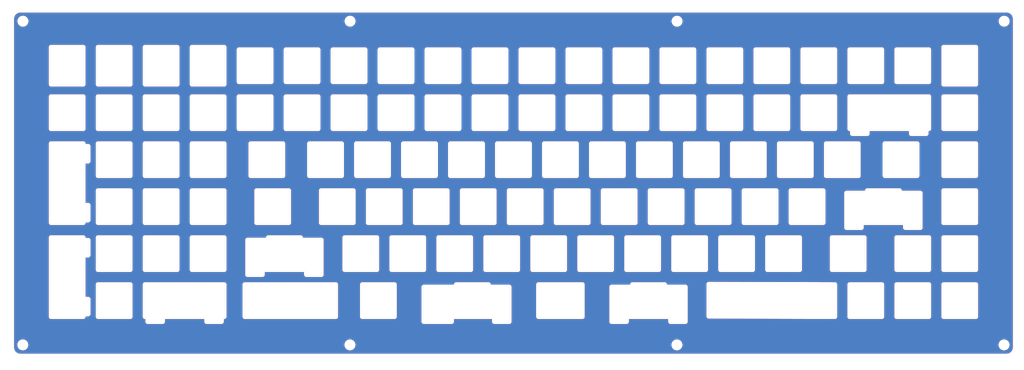
<source format=kicad_pcb>
(kicad_pcb (version 20210824) (generator pcbnew)
  (layers (0 "F.Cu" signal) (31 "B.Cu" signal) (34 "B.Paste" user) (35 "F.Paste" user) (36 "B.SilkS" user "B.Silkscreen") (37 "F.SilkS" user "F.Silkscreen") (38 "B.Mask" user) (39 "F.Mask" user) (44 "Edge.Cuts" user))
  (net 0 "")
  (footprint "MountingHole:MountingHole_3.5mm" (layer "F.Cu") (at 104.3 123.6)
    (fp_text reference "REF**" hide)
    (fp_text value "MountingHole_3.5mm")
    (pad "" np_thru_hole circle locked (at 0 0) (size 3.5 3.5) (drill 3.5) (layers *.Cu *.Mask))
  )
  (footprint "MountingHole:MountingHole_3.5mm" (layer "F.Cu") (at 502.15 254.85)
    (fp_text reference "REF**" hide)
    (fp_text value "MountingHole_3.5mm")
    (pad "" np_thru_hole circle locked (at 0 0) (size 3.5 3.5) (drill 3.5) (layers *.Cu *.Mask))
  )
  (footprint "MountingHole:MountingHole_3.5mm" (layer "F.Cu") (at 502.2 123.6)
    (fp_text reference "REF**" hide)
    (fp_text value "MountingHole_3.5mm")
    (pad "" np_thru_hole circle locked (at 0 0) (size 3.5 3.5) (drill 3.5) (layers *.Cu *.Mask))
  )
  (footprint "MountingHole:MountingHole_3.5mm" (layer "F.Cu") (at 104.25 254.85)
    (fp_text reference "REF**" hide)
    (fp_text value "MountingHole_3.5mm")
    (pad "" np_thru_hole circle locked (at 0 0) (size 3.5 3.5) (drill 3.5) (layers *.Cu *.Mask))
  )
  (footprint "MountingHole:MountingHole_3.5mm" (layer "F.Cu") (at 236.95 123.6)
    (fp_text reference "REF**" hide)
    (fp_text value "MountingHole_3.5mm")
    (pad "" np_thru_hole circle locked (at 0 0) (size 3.5 3.5) (drill 3.5) (layers *.Cu *.Mask))
  )
  (footprint "MountingHole:MountingHole_3.5mm" (layer "F.Cu") (at 369.55 123.6)
    (fp_text reference "REF**" hide)
    (fp_text value "MountingHole_3.5mm")
    (pad "" np_thru_hole circle locked (at 0 0) (size 3.5 3.5) (drill 3.5) (layers *.Cu *.Mask))
  )
  (footprint "MountingHole:MountingHole_3.5mm" (layer "F.Cu") (at 236.9 254.85)
    (fp_text reference "REF**" hide)
    (fp_text value "MountingHole_3.5mm")
    (pad "" np_thru_hole circle locked (at 0 0) (size 3.5 3.5) (drill 3.5) (layers *.Cu *.Mask))
  )
  (footprint "MountingHole:MountingHole_3.5mm" (layer "F.Cu") (at 369.5 254.85)
    (fp_text reference "REF**" hide)
    (fp_text value "MountingHole_3.5mm")
    (pad "" np_thru_hole circle locked (at 0 0) (size 3.5 3.5) (drill 3.5) (layers *.Cu *.Mask))
  )
  (gr_line (start 263.375 205.800001) (end 276.375 205.800001) (layer "Edge.Cuts") (width 0.05))
  (gr_line (start 433.5375 153.700001) (end 420.5375 153.700001) (layer "Edge.Cuts") (width 0.05))
  (gr_line (start 172.3875 134.150001) (end 172.3875 149.150001) (layer "Edge.Cuts") (width 0.05))
  (gr_line (start 477.6875 149.650001) (end 490.6875 149.650001) (layer "Edge.Cuts") (width 0.05))
  (gr_line (start 424.512499 186.250001) (end 424.512499 173.25) (layer "Edge.Cuts") (width 0.05))
  (gr_line (start 420.5375 167.7) (end 433.5375 167.700001) (layer "Edge.Cuts") (width 0.05))
  (gr_arc (start 391.9625 186.250001) (end 391.4625 186.250001) (angle -90) (layer "Edge.Cuts") (width 0.05))
  (gr_line (start 401.4875 148.650001) (end 414.4875 148.650001) (layer "Edge.Cuts") (width 0.05))
  (gr_arc (start 357.3375 154.2) (end 357.837499 154.200001) (angle -90) (layer "Edge.Cuts") (width 0.05))
  (gr_arc (start 194.31875 230.4) (end 194.31875 229.900001) (angle -90) (layer "Edge.Cuts") (width 0.05))
  (gr_line (start 490.6875 153.700001) (end 477.6875 153.700001) (layer "Edge.Cuts") (width 0.05))
  (gr_arc (start 490.687499 154.200001) (end 491.1875 154.200001) (angle -90) (layer "Edge.Cuts") (width 0.05))
  (gr_line (start 220.012499 186.250001) (end 220.0125 173.25) (layer "Edge.Cuts") (width 0.05))
  (gr_arc (start 419.249999 224.350001) (end 419.25 224.850001) (angle -90) (layer "Edge.Cuts") (width 0.05))
  (gr_arc (start 281.1375 135.150001) (end 281.6375 135.150001) (angle -90) (layer "Edge.Cuts") (width 0.05))
  (gr_arc (start 243.0375 135.15) (end 243.5375 135.150001) (angle -90) (layer "Edge.Cuts") (width 0.05))
  (gr_arc (start 129.7375 181.332) (end 129.7375 180.832) (angle -89.99993215) (layer "Edge.Cuts") (width 0.05))
  (gr_line (start 444.79575 206.3) (end 444.79575 207.300001) (layer "Edge.Cuts") (width 0.05))
  (gr_line (start 301.475 205.800001) (end 314.475 205.800001) (layer "Edge.Cuts") (width 0.05))
  (gr_line (start 148.2875 224.350001) (end 148.2875 211.350001) (layer "Edge.Cuts") (width 0.05))
  (gr_line (start 301.48175 245.900001) (end 295.48175 245.9) (layer "Edge.Cuts") (width 0.05))
  (gr_arc (start 115.7375 173.25) (end 115.7375 172.75) (angle -90) (layer "Edge.Cuts") (width 0.05))
  (gr_line (start 338.2875 134.650001) (end 325.2875 134.650001) (layer "Edge.Cuts") (width 0.05))
  (gr_arc (start 325.2875 154.200001) (end 325.2875 153.700001) (angle -90) (layer "Edge.Cuts") (width 0.05))
  (gr_line (start 490.6875 229.9) (end 477.6875 229.900001) (layer "Edge.Cuts") (width 0.05))
  (gr_arc (start 172.8875 149.150001) (end 172.3875 149.150001) (angle -90) (layer "Edge.Cuts") (width 0.05))
  (gr_line (start 201.40575 226.85) (end 195.40575 226.85) (layer "Edge.Cuts") (width 0.05))
  (gr_arc (start 194.31875 243.400001) (end 193.81875 243.400001) (angle -90) (layer "Edge.Cuts") (width 0.05))
  (gr_arc (start 172.8875 224.350001) (end 172.3875 224.350001) (angle -90) (layer "Edge.Cuts") (width 0.05))
  (gr_line (start 477.6875 205.800001) (end 490.6875 205.800001) (layer "Edge.Cuts") (width 0.05))
  (gr_line (start 325.2875 167.700001) (end 338.2875 167.700001) (layer "Edge.Cuts") (width 0.05))
  (gr_arc (start 452.587499 135.150001) (end 453.0875 135.150001) (angle -90) (layer "Edge.Cuts") (width 0.05))
  (gr_line (start 191.9375 167.700001) (end 204.9375 167.700001) (layer "Edge.Cuts") (width 0.05))
  (gr_line (start 253.85 224.850001) (end 266.85 224.850001) (layer "Edge.Cuts") (width 0.05))
  (gr_line (start 166.8375 133.650001) (end 153.8375 133.650001) (layer "Edge.Cuts") (width 0.05))
  (gr_line (start 185.3005 245.400001) (end 185.3005 244.400001) (layer "Edge.Cuts") (width 0.05))
  (gr_arc (start 328.7625 173.25) (end 329.2625 173.25) (angle -90) (layer "Edge.Cuts") (width 0.05))
  (gr_arc (start 433.5375 154.200001) (end 434.0375 154.200001) (angle -90) (layer "Edge.Cuts") (width 0.05))
  (gr_arc (start 447.6745 168.200001) (end 447.6745 167.700001) (angle -90) (layer "Edge.Cuts") (width 0.05))
  (gr_arc (start 490.6875 149.15) (end 490.6875 149.650001) (angle -90) (layer "Edge.Cuts") (width 0.05))
  (gr_line (start 238.275 205.800001) (end 225.275 205.800001) (layer "Edge.Cuts") (width 0.05))
  (gr_arc (start 382.4375 135.150001) (end 382.4375 134.650001) (angle -90) (layer "Edge.Cuts") (width 0.05))
  (gr_line (start 243.0375 134.650001) (end 230.0375 134.650001) (layer "Edge.Cuts") (width 0.05))
  (gr_arc (start 466.874999 186.250001) (end 466.874999 186.750001) (angle -90) (layer "Edge.Cuts") (width 0.05))
  (gr_line (start 204.9375 153.700001) (end 191.9375 153.700001) (layer "Edge.Cuts") (width 0.05))
  (gr_arc (start 172.8875 186.250001) (end 172.3875 186.250001) (angle -90) (layer "Edge.Cuts") (width 0.05))
  (gr_arc (start 357.3375 167.200001) (end 357.3375 167.700001) (angle -90) (layer "Edge.Cuts") (width 0.05))
  (gr_line (start 129.7375 173.832) (end 130.7375 173.832) (layer "Edge.Cuts") (width 0.05))
  (gr_line (start 353.3625 173.25) (end 353.3625 186.250001) (layer "Edge.Cuts") (width 0.05))
  (gr_line (start 115.2375 154.200001) (end 115.2375 167.200001) (layer "Edge.Cuts") (width 0.05))
  (gr_line (start 329.55 211.350001) (end 329.55 224.350001) (layer "Edge.Cuts") (width 0.05))
  (gr_line (start 193.81875 230.400001) (end 193.81875 243.400001) (layer "Edge.Cuts") (width 0.05))
  (gr_line (start 365.48375 230.900001) (end 372.92175 230.9) (layer "Edge.Cuts") (width 0.05))
  (gr_line (start 343.8375 154.200001) (end 343.8375 167.200001) (layer "Edge.Cuts") (width 0.05))
  (gr_arc (start 347.8125 173.25) (end 348.3125 173.25) (angle -90) (layer "Edge.Cuts") (width 0.05))
  (gr_arc (start 366.92175 245.400001) (end 366.42175 245.400001) (angle -90) (layer "Edge.Cuts") (width 0.05))
  (gr_line (start 134.2875 192.300001) (end 134.2875 205.300001) (layer "Edge.Cuts") (width 0.05))
  (gr_arc (start 253.85 211.350001) (end 253.85 210.850001) (angle -90) (layer "Edge.Cuts") (width 0.05))
  (gr_line (start 334.025 205.300001) (end 334.025 192.300001) (layer "Edge.Cuts") (width 0.05))
  (gr_arc (start 153.8375 154.2) (end 153.8375 153.700001) (angle -90) (layer "Edge.Cuts") (width 0.05))
  (gr_arc (start 295.424999 205.3) (end 295.425 205.800001) (angle -90) (layer "Edge.Cuts") (width 0.05))
  (gr_arc (start 252.5625 186.25) (end 252.5625 186.750001) (angle -90) (layer "Edge.Cuts") (width 0.05))
  (gr_arc (start 331.14375 243.400001) (end 331.14375 243.900001) (angle -90) (layer "Edge.Cuts") (width 0.05))
  (gr_line (start 134.2875 230.400001) (end 134.2875 243.400001) (layer "Edge.Cuts") (width 0.05))
  (gr_line (start 166.8375 186.750001) (end 153.8375 186.750001) (layer "Edge.Cuts") (width 0.05))
  (gr_arc (start 172.8875 167.200001) (end 172.3875 167.200001) (angle -90) (layer "Edge.Cuts") (width 0.05))
  (gr_line (start 477.6875 167.700001) (end 490.6875 167.700001) (layer "Edge.Cuts") (width 0.05))
  (gr_line (start 377.675 205.800001) (end 390.675 205.800001) (layer "Edge.Cuts") (width 0.05))
  (gr_arc (start 300.1875 167.2) (end 300.1875 167.700001) (angle -90) (layer "Edge.Cuts") (width 0.05))
  (gr_line (start 278.10575 245.900001) (end 266.88125 245.900001) (layer "Edge.Cuts") (width 0.05))
  (gr_arc (start 223.9875 167.2) (end 223.9875 167.700001) (angle -90) (layer "Edge.Cuts") (width 0.05))
  (gr_arc (start 471.6375 243.400001) (end 471.6375 243.900001) (angle -90) (layer "Edge.Cuts") (width 0.05))
  (gr_line (start 100.245481 255.89801) (end 100.245481 122.624286) (layer "Edge.Cuts") (width 0.05))
  (gr_line (start 477.6875 186.750001) (end 490.6875 186.750001) (layer "Edge.Cuts") (width 0.05))
  (gr_arc (start 130.737499 204.212001) (end 130.7375 204.712001) (angle -90) (layer "Edge.Cuts") (width 0.05))
  (gr_arc (start 281.1375 154.200001) (end 281.6375 154.200001) (angle -90) (layer "Edge.Cuts") (width 0.05))
  (gr_arc (start 319.2375 148.150001) (end 319.2375 148.650001) (angle -90) (layer "Edge.Cuts") (width 0.05))
  (gr_arc (start 366.8625 173.25) (end 367.3625 173.25) (angle -90) (layer "Edge.Cuts") (width 0.05))
  (gr_line (start 319.7375 135.150001) (end 319.7375 148.150001) (layer "Edge.Cuts") (width 0.05))
  (gr_line (start 401.4875 153.700001) (end 414.4875 153.700001) (layer "Edge.Cuts") (width 0.05))
  (gr_line (start 477.1875 154.200001) (end 477.1875 167.200001) (layer "Edge.Cuts") (width 0.05))
  (gr_arc (start 313.38125 230.400001) (end 313.38125 229.900001) (angle -90) (layer "Edge.Cuts") (width 0.05))
  (gr_arc (start 287.1875 148.150001) (end 286.6875 148.150001) (angle -90) (layer "Edge.Cuts") (width 0.05))
  (gr_arc (start 279.10575 244.4) (end 279.10575 243.9) (angle -90) (layer "Edge.Cuts") (width 0.05))
  (gr_arc (start 147.7875 224.350001) (end 147.7875 224.850001) (angle -90) (layer "Edge.Cuts") (width 0.05))
  (gr_line (start 414.9875 154.200001) (end 414.9875 167.200001) (layer "Edge.Cuts") (width 0.05))
  (gr_arc (start 304.95 224.350001) (end 304.95 224.850001) (angle -90) (layer "Edge.Cuts") (width 0.05))
  (gr_arc (start 385.9125 173.25) (end 386.412499 173.25) (angle -90) (layer "Edge.Cuts") (width 0.05))
  (gr_arc (start 282.425 192.300001) (end 282.425 191.800001) (angle -90) (layer "Edge.Cuts") (width 0.05))
  (gr_arc (start 490.687499 211.350001) (end 491.1875 211.350001) (angle -90) (layer "Edge.Cuts") (width 0.05))
  (gr_line (start 311 224.850001) (end 324 224.850001) (layer "Edge.Cuts") (width 0.05))
  (gr_arc (start 191.9375 154.200001) (end 191.9375 153.700001) (angle -90) (layer "Edge.Cuts") (width 0.05))
  (gr_line (start 185.8005 243.900001) (end 185.8875 243.900001) (layer "Edge.Cuts") (width 0.05))
  (gr_arc (start 234.8 211.350001) (end 234.8 210.850001) (angle -90) (layer "Edge.Cuts") (width 0.05))
  (gr_arc (start 185.8875 154.200001) (end 186.3875 154.200001) (angle -90) (layer "Edge.Cuts") (width 0.05))
  (gr_arc (start 134.7875 230.400001) (end 134.7875 229.900001) (angle -90) (layer "Edge.Cuts") (width 0.05))
  (gr_arc (start 185.8875 224.35) (end 185.8875 224.85) (angle -90) (layer "Edge.Cuts") (width 0.05))
  (gr_arc (start 166.8375 192.300001) (end 167.3375 192.300001) (angle -90) (layer "Edge.Cuts") (width 0.05))
  (gr_arc (start 362.1 224.35) (end 362.1 224.850001) (angle -90) (layer "Edge.Cuts") (width 0.05))
  (gr_arc (start 266.85 224.350001) (end 266.85 224.850001) (angle -90) (layer "Edge.Cuts") (width 0.05))
  (gr_arc (start 276.375 192.3) (end 276.875 192.300001) (angle -90) (layer "Edge.Cuts") (width 0.05))
  (gr_line (start 185.8875 186.750001) (end 172.8875 186.750001) (layer "Edge.Cuts") (width 0.05))
  (gr_arc (start 134.7875 173.25) (end 134.7875 172.75) (angle -90) (layer "Edge.Cuts") (width 0.05))
  (gr_arc (start 147.7875 149.15) (end 147.7875 149.650001) (angle -90) (layer "Edge.Cuts") (width 0.05))
  (gr_arc (start 401.4875 167.200001) (end 400.9875 167.200001) (angle -90) (layer "Edge.Cuts") (width 0.05))
  (gr_arc (start 490.687499 243.4) (end 490.6875 243.900001) (angle -90) (layer "Edge.Cuts") (width 0.05))
  (gr_arc (start 343.049999 224.350001) (end 343.05 224.850001) (angle -90) (layer "Edge.Cuts") (width 0.05))
  (gr_line (start 396.724999 205.800001) (end 409.724999 205.800001) (layer "Edge.Cuts") (width 0.05))
  (gr_arc (start 258.6125 173.250001) (end 258.6125 172.75) (angle -90) (layer "Edge.Cuts") (width 0.05))
  (gr_line (start 446.73375 191.800001) (end 459.73375 191.800001) (layer "Edge.Cuts") (width 0.05))
  (gr_line (start 209.7 172.750001) (end 196.7 172.75) (layer "Edge.Cuts") (width 0.05))
  (gr_arc (start 420.5375 135.150001) (end 420.5375 134.650001) (angle -90) (layer "Edge.Cuts") (width 0.05))
  (gr_arc (start 453.875 186.25) (end 453.375 186.250001) (angle -90) (layer "Edge.Cuts") (width 0.05))
  (gr_arc (start 172.8875 173.25) (end 172.8875 172.75) (angle -90) (layer "Edge.Cuts") (width 0.05))
  (gr_arc (start 128.7375 154.200001) (end 129.2375 154.200001) (angle -90) (layer "Edge.Cuts") (width 0.05))
  (gr_arc (start 185.8875 243.400001) (end 185.8875 243.900001) (angle -90) (layer "Edge.Cuts") (width 0.05))
  (gr_line (start 287.1875 148.650001) (end 300.1875 148.650001) (layer "Edge.Cuts") (width 0.05))
  (gr_arc (start 358.625 192.300001) (end 358.625 191.800001) (angle -90) (layer "Edge.Cuts") (width 0.05))
  (gr_arc (start 306.237499 148.150001) (end 305.7375 148.150001) (angle -90) (layer "Edge.Cuts") (width 0.05))
  (gr_arc (start 128.737823 173.249677) (end 129.237499 173.249) (angle -89.95947462) (layer "Edge.Cuts") (width 0.05))
  (gr_line (start 220.5125 172.75) (end 233.5125 172.75) (layer "Edge.Cuts") (width 0.05))
  (gr_arc (start 128.737056 243.399557) (end 128.7375 243.9) (angle -90.01283997) (layer "Edge.Cuts") (width 0.05))
  (gr_arc (start 285.9 211.35) (end 286.4 211.350001) (angle -90) (layer "Edge.Cuts") (width 0.05))
  (gr_arc (start 204.9375 135.150001) (end 205.4375 135.150001) (angle -90) (layer "Edge.Cuts") (width 0.05))
  (gr_arc (start 466.874999 173.250001) (end 467.374999 173.25) (angle -90) (layer "Edge.Cuts") (width 0.05))
  (gr_line (start 276.875 205.300001) (end 276.875 192.300001) (layer "Edge.Cuts") (width 0.05))
  (gr_arc (start 103.245481 255.89801) (end 100.245481 255.89801) (angle -90) (layer "Edge.Cuts") (width 0.05))
  (gr_line (start 490.6875 172.750001) (end 477.6875 172.75) (layer "Edge.Cuts") (width 0.05))
  (gr_line (start 367.65 211.350001) (end 367.65 224.350001) (layer "Edge.Cuts") (width 0.05))
  (gr_line (start 300.1875 134.650001) (end 287.1875 134.650001) (layer "Edge.Cuts") (width 0.05))
  (gr_line (start 239.0625 186.250001) (end 239.0625 173.25) (layer "Edge.Cuts") (width 0.05))
  (gr_arc (start 220.5125 173.250001) (end 220.5125 172.75) (angle -90) (layer "Edge.Cuts") (width 0.05))
  (gr_arc (start 220.5125 186.250001) (end 220.012499 186.250001) (angle -90) (layer "Edge.Cuts") (width 0.05))
  (gr_arc (start 115.737499 149.150001) (end 115.2375 149.150001) (angle -90) (layer "Edge.Cuts") (width 0.05))
  (gr_arc (start 395.4375 167.200001) (end 395.4375 167.700001) (angle -90) (layer "Edge.Cuts") (width 0.05))
  (gr_arc (start 134.7875 186.250001) (end 134.2875 186.250001) (angle -90) (layer "Edge.Cuts") (width 0.05))
  (gr_arc (start 247.8 224.350001) (end 247.8 224.850001) (angle -90) (layer "Edge.Cuts") (width 0.05))
  (gr_arc (start 391.9625 173.250001) (end 391.9625 172.75) (angle -90) (layer "Edge.Cuts") (width 0.05))
  (gr_arc (start 225.275 192.300001) (end 225.275 191.800001) (angle -90) (layer "Edge.Cuts") (width 0.05))
  (gr_arc (start 452.587499 230.400001) (end 453.0875 230.400001) (angle -90) (layer "Edge.Cuts") (width 0.05))
  (gr_line (start 128.7375 153.700001) (end 115.7375 153.700001) (layer "Edge.Cuts") (width 0.05))
  (gr_arc (start 191.9375 135.15) (end 191.9375 134.650001) (angle -90) (layer "Edge.Cuts") (width 0.05))
  (gr_arc (start 344.337499 148.150001) (end 343.8375 148.150001) (angle -90) (layer "Edge.Cuts") (width 0.05))
  (gr_line (start 115.237499 243.317001) (end 115.237499 243.313) (layer "Edge.Cuts") (width 0.05))
  (gr_arc (start 262.0875 148.150001) (end 262.0875 148.650001) (angle -90) (layer "Edge.Cuts") (width 0.05))
  (gr_line (start 338.7875 167.200001) (end 338.7875 154.200001) (layer "Edge.Cuts") (width 0.05))
  (gr_line (start 128.7375 205.800001) (end 115.7375 205.8) (layer "Edge.Cuts") (width 0.05))
  (gr_arc (start 204.9375 148.150001) (end 204.9375 148.650001) (angle -90) (layer "Edge.Cuts") (width 0.05))
  (gr_line (start 172.8875 167.700001) (end 185.8875 167.700001) (layer "Edge.Cuts") (width 0.05))
  (gr_line (start 115.7375 149.650001) (end 128.7375 149.650001) (layer "Edge.Cuts") (width 0.05))
  (gr_line (start 129.237499 211.349) (end 129.2375 211.432001) (layer "Edge.Cuts") (width 0.05))
  (gr_line (start 230.0375 167.700001) (end 243.0375 167.700001) (layer "Edge.Cuts") (width 0.05))
  (gr_line (start 357.3375 134.650001) (end 344.3375 134.650001) (layer "Edge.Cuts") (width 0.05))
  (gr_line (start 282.425 205.800001) (end 295.425 205.800001) (layer "Edge.Cuts") (width 0.05))
  (gr_arc (start 411.0125 173.250001) (end 411.0125 172.75) (angle -90) (layer "Edge.Cuts") (width 0.05))
  (gr_line (start 172.8875 210.850001) (end 185.8875 210.850001) (layer "Edge.Cuts") (width 0.05))
  (gr_arc (start 372.9125 186.250001) (end 372.4125 186.250001) (angle -90) (layer "Edge.Cuts") (width 0.05))
  (gr_line (start 128.7375 133.650001) (end 115.7375 133.650001) (layer "Edge.Cuts") (width 0.05))
  (gr_arc (start 372.921749 245.400001) (end 372.92175 245.900001) (angle -90) (layer "Edge.Cuts") (width 0.05))
  (gr_arc (start 243.0375 167.2) (end 243.0375 167.700001) (angle -90) (layer "Edge.Cuts") (width 0.05))
  (gr_line (start 429.274999 205.300001) (end 429.274999 192.300001) (layer "Edge.Cuts") (width 0.05))
  (gr_arc (start 477.6875 243.4) (end 477.1875 243.400001) (angle -90) (layer "Edge.Cuts") (width 0.05))
  (gr_line (start 131.2375 198.212) (end 131.237499 204.212001) (layer "Edge.Cuts") (width 0.05))
  (gr_arc (start 130.737499 212.432001) (end 131.2375 212.432001) (angle -90) (layer "Edge.Cuts") (width 0.05))
  (gr_line (start 115.237499 205.217001) (end 115.237499 173.337001) (layer "Edge.Cuts") (width 0.05))
  (gr_line (start 471.6375 210.850001) (end 458.6375 210.850001) (layer "Edge.Cuts") (width 0.05))
  (gr_arc (start 153.8375 230.400001) (end 153.8375 229.900001) (angle -90) (layer "Edge.Cuts") (width 0.05))
  (gr_arc (start 177.8005 244.400001) (end 178.3005 244.400001) (angle -90) (layer "Edge.Cuts") (width 0.05))
  (gr_arc (start 444.29575 207.300001) (end 444.29575 207.800001) (angle -90) (layer "Edge.Cuts") (width 0.05))
  (gr_arc (start 304.95 211.35) (end 305.45 211.350001) (angle -90) (layer "Edge.Cuts") (width 0.05))
  (gr_line (start 115.7375 167.700001) (end 128.7375 167.700001) (layer "Edge.Cuts") (width 0.05))
  (gr_arc (start 153.8375 224.35) (end 153.3375 224.350001) (angle -90) (layer "Edge.Cuts") (width 0.05))
  (gr_arc (start 440.6745 169.200001) (end 440.1745 169.200001) (angle -90) (layer "Edge.Cuts") (width 0.05))
  (gr_arc (start 352.575 192.3) (end 353.075 192.300001) (angle -90) (layer "Edge.Cuts") (width 0.05))
  (gr_arc (start 433.537509 230.400007) (end 434.03752 230.400001) (angle -90.00036226) (layer "Edge.Cuts") (width 0.05))
  (gr_line (start 196.7 186.750001) (end 209.7 186.750001) (layer "Edge.Cuts") (width 0.05))
  (gr_line (start 129.237499 173.249) (end 129.2375 173.332) (layer "Edge.Cuts") (width 0.05))
  (gr_arc (start 249.0875 167.2) (end 248.5875 167.200001) (angle -90) (layer "Edge.Cuts") (width 0.05))
  (gr_line (start 315.2625 173.25) (end 315.2625 186.250001) (layer "Edge.Cuts") (width 0.05))
  (gr_line (start 324 210.85) (end 311 210.850001) (layer "Edge.Cuts") (width 0.05))
  (gr_line (start 134.2875 211.350001) (end 134.2875 224.350001) (layer "Edge.Cuts") (width 0.05))
  (gr_arc (start 230.0375 154.200001) (end 230.0375 153.700001) (angle -90) (layer "Edge.Cuts") (width 0.05))
  (gr_arc (start 153.8375 243.400001) (end 153.3375 243.400001) (angle -90) (layer "Edge.Cuts") (width 0.05))
  (gr_arc (start 471.550499 168.200001) (end 471.550499 167.700001) (angle -90) (layer "Edge.Cuts") (width 0.05))
  (gr_arc (start 257.324999 205.300001) (end 257.325 205.800001) (angle -90) (layer "Edge.Cuts") (width 0.05))
  (gr_line (start 477.1875 211.350001) (end 477.1875 224.350001) (layer "Edge.Cuts") (width 0.05))
  (gr_line (start 300.6875 167.200001) (end 300.6875 154.200001) (layer "Edge.Cuts") (width 0.05))
  (gr_line (start 452.5875 229.900001) (end 439.5875 229.900001) (layer "Edge.Cuts") (width 0.05))
  (gr_line (start 186.3875 173.25) (end 186.387499 186.250001) (layer "Edge.Cuts") (width 0.05))
  (gr_arc (start 204.9375 167.2) (end 204.9375 167.700001) (angle -90) (layer "Edge.Cuts") (width 0.05))
  (gr_arc (start 268.1375 154.200001) (end 268.1375 153.700001) (angle -90) (layer "Edge.Cuts") (width 0.05))
  (gr_line (start 381.9375 167.200001) (end 381.9375 154.200001) (layer "Edge.Cuts") (width 0.05))
  (gr_arc (start 433.5375 135.150001) (end 434.0375 135.150001) (angle -90) (layer "Edge.Cuts") (width 0.05))
  (gr_arc (start 128.737056 205.299557) (end 128.7375 205.800001) (angle -90.01283997) (layer "Edge.Cuts") (width 0.05))
  (gr_line (start 368.15 224.850001) (end 381.15 224.850001) (layer "Edge.Cuts") (width 0.05))
  (gr_line (start 272.9 224.850001) (end 285.9 224.850001) (layer "Edge.Cuts") (width 0.05))
  (gr_line (start 306.2375 134.650001) (end 319.2375 134.65) (layer "Edge.Cuts") (width 0.05))
  (gr_line (start 382.4375 229.749997) (end 433.537499 229.899996) (layer "Edge.Cuts") (width 0.05))
  (gr_arc (start 287.1875 154.200001) (end 287.1875 153.700001) (angle -90) (layer "Edge.Cuts") (width 0.05))
  (gr_line (start 406.249999 224.85) (end 419.25 224.850001) (layer "Edge.Cuts") (width 0.05))
  (gr_line (start 376.387499 134.650001) (end 363.3875 134.650001) (layer "Edge.Cuts") (width 0.05))
  (gr_arc (start 432.44375 211.350001) (end 432.44375 210.850001) (angle -90) (layer "Edge.Cuts") (width 0.05))
  (gr_line (start 210.4875 154.200001) (end 210.487499 167.200001) (layer "Edge.Cuts") (width 0.05))
  (gr_arc (start 287.1875 135.150001) (end 287.1875 134.650001) (angle -90) (layer "Edge.Cuts") (width 0.05))
  (gr_arc (start 357.3375 135.15) (end 357.837499 135.150001) (angle -90) (layer "Edge.Cuts") (width 0.05))
  (gr_line (start 134.7875 224.850001) (end 147.7875 224.850001) (layer "Edge.Cuts") (width 0.05))
  (gr_arc (start 420.5375 148.15) (end 420.0375 148.150001) (angle -90) (layer "Edge.Cuts") (width 0.05))
  (gr_line (start 224.4875 148.150001) (end 224.4875 135.150001) (layer "Edge.Cuts") (width 0.05))
  (gr_line (start 254.94375 229.9) (end 241.94375 229.900001) (layer "Edge.Cuts") (width 0.05))
  (gr_line (start 362.8875 135.150001) (end 362.8875 148.150001) (layer "Edge.Cuts") (width 0.05))
  (gr_line (start 477.1875 134.150001) (end 477.1875 149.150001) (layer "Edge.Cuts") (width 0.05))
  (gr_line (start 343.8375 135.150001) (end 343.8375 148.150001) (layer "Edge.Cuts") (width 0.05))
  (gr_line (start 377.175 192.300001) (end 377.175 205.300001) (layer "Edge.Cuts") (width 0.05))
  (gr_line (start 281.1375 134.650001) (end 268.1375 134.650001) (layer "Edge.Cuts") (width 0.05))
  (gr_line (start 129.2375 181.332) (end 129.2375 197.212001) (layer "Edge.Cuts") (width 0.05))
  (gr_arc (start 428.774999 192.300001) (end 429.274999 192.300001) (angle -90) (layer "Edge.Cuts") (width 0.05))
  (gr_arc (start 414.4875 167.200001) (end 414.4875 167.700001) (angle -90) (layer "Edge.Cuts") (width 0.05))
  (gr_line (start 294.04375 230.900001) (end 301.48175 230.900001) (layer "Edge.Cuts") (width 0.05))
  (gr_line (start 366.42175 245.400001) (end 366.42175 244.4) (layer "Edge.Cuts") (width 0.05))
  (gr_line (start 409.724999 191.800001) (end 396.724999 191.800001) (layer "Edge.Cuts") (width 0.05))
  (gr_arc (start 129.7375 197.212001) (end 129.2375 197.212001) (angle -90.00006657) (layer "Edge.Cuts") (width 0.05))
  (gr_line (start 458.6375 224.85) (end 471.6375 224.850001) (layer "Edge.Cuts") (width 0.05))
  (gr_arc (start 338.2875 135.15) (end 338.7875 135.150001) (angle -90) (layer "Edge.Cuts") (width 0.05))
  (gr_line (start 410.5125 173.25) (end 410.5125 186.250001) (layer "Edge.Cuts") (width 0.05))
  (gr_arc (start 357.337499 148.15) (end 357.3375 148.650001) (angle -90) (layer "Edge.Cuts") (width 0.05))
  (gr_arc (start 320.524999 205.300001) (end 320.025 205.300001) (angle -90) (layer "Edge.Cuts") (width 0.05))
  (gr_arc (start 306.2375 154.200001) (end 306.2375 153.700001) (angle -90) (layer "Edge.Cuts") (width 0.05))
  (gr_arc (start 470.5505 169.200001) (end 470.5505 169.700001) (angle -90) (layer "Edge.Cuts") (width 0.05))
  (gr_line (start 153.3375 154.200001) (end 153.3375 167.200001) (layer "Edge.Cuts") (width 0.05))
  (gr_arc (start 238.275 192.3) (end 238.775 192.300001) (angle -90) (layer "Edge.Cuts") (width 0.05))
  (gr_line (start 315.7625 186.750001) (end 328.7625 186.750001) (layer "Edge.Cuts") (width 0.05))
  (gr_arc (start 325.2875 135.15) (end 325.2875 134.650001) (angle -90) (layer "Edge.Cuts") (width 0.05))
  (gr_line (start 129.7375 211.932001) (end 130.7375 211.932) (layer "Edge.Cuts") (width 0.05))
  (gr_line (start 167.3375 173.25) (end 167.3375 186.250001) (layer "Edge.Cuts") (width 0.05))
  (gr_line (start 248.3 224.350001) (end 248.3 211.350001) (layer "Edge.Cuts") (width 0.05))
  (gr_arc (start 382.4375 154.2) (end 382.4375 153.700001) (angle -90) (layer "Edge.Cuts") (width 0.05))
  (gr_line (start 154.9245 245.900001) (end 160.9245 245.900001) (layer "Edge.Cuts") (width 0.05))
  (gr_line (start 262.0875 134.650001) (end 249.0875 134.650001) (layer "Edge.Cuts") (width 0.05))
  (gr_line (start 452.5875 134.650001) (end 439.5875 134.650001) (layer "Edge.Cuts") (width 0.05))
  (gr_arc (start 477.6875 211.350001) (end 477.6875 210.850001) (angle -90) (layer "Edge.Cuts") (width 0.05))
  (gr_line (start 196.2 173.25) (end 196.2 186.250001) (layer "Edge.Cuts") (width 0.05))
  (gr_arc (start 433.5375 167.200001) (end 433.5375 167.700001) (angle -90) (layer "Edge.Cuts") (width 0.05))
  (gr_line (start 444.29325 207.800001) (end 438.29575 207.800001) (layer "Edge.Cuts") (width 0.05))
  (gr_arc (start 166.8375 186.250001) (end 166.8375 186.750001) (angle -90) (layer "Edge.Cuts") (width 0.05))
  (gr_line (start 358.125 192.300001) (end 358.125 205.300001) (layer "Edge.Cuts") (width 0.05))
  (gr_line (start 304.95 210.85) (end 291.95 210.850001) (layer "Edge.Cuts") (width 0.05))
  (gr_arc (start 166.8375 134.150001) (end 167.3375 134.150001) (angle -90) (layer "Edge.Cuts") (width 0.05))
  (gr_arc (start 266.85 211.35) (end 267.35 211.350001) (angle -90) (layer "Edge.Cuts") (width 0.05))
  (gr_line (start 257.825 205.300001) (end 257.825 192.300001) (layer "Edge.Cuts") (width 0.05))
  (gr_arc (start 382.437499 148.150001) (end 381.9375 148.150001) (angle -90) (layer "Edge.Cuts") (width 0.05))
  (gr_line (start 241.94375 243.900001) (end 254.94375 243.900001) (layer "Edge.Cuts") (width 0.05))
  (gr_arc (start 129.7375 219.432) (end 129.7375 218.932) (angle -89.99993215) (layer "Edge.Cuts") (width 0.05))
  (gr_arc (start 338.2875 148.150001) (end 338.2875 148.650001) (angle -90) (layer "Edge.Cuts") (width 0.05))
  (gr_arc (start 185.8875 230.400001) (end 186.3875 230.400001) (angle -90) (layer "Edge.Cuts") (width 0.05))
  (gr_arc (start 371.625 192.3) (end 372.125 192.300001) (angle -90) (layer "Edge.Cuts") (width 0.05))
  (gr_arc (start 295.425 192.300001) (end 295.925 192.300001) (angle -90) (layer "Edge.Cuts") (width 0.05))
  (gr_line (start 191.4375 135.150001) (end 191.4375 148.150001) (layer "Edge.Cuts") (width 0.05))
  (gr_arc (start 166.837499 211.350001) (end 167.3375 211.350001) (angle -90) (layer "Edge.Cuts") (width 0.05))
  (gr_line (start 371.625 191.800001) (end 358.625 191.800001) (layer "Edge.Cuts") (width 0.05))
  (gr_arc (start 400.2 224.35) (end 400.2 224.850001) (angle -90) (layer "Edge.Cuts") (width 0.05))
  (gr_line (start 281.6375 167.200001) (end 281.6375 154.200001) (layer "Edge.Cuts") (width 0.05))
  (gr_line (start 330.05 224.850001) (end 343.05 224.850001) (layer "Edge.Cuts") (width 0.05))
  (gr_line (start 334.8125 186.750001) (end 347.8125 186.750001) (layer "Edge.Cuts") (width 0.05))
  (gr_line (start 466.874999 172.750001) (end 453.875 172.75) (layer "Edge.Cuts") (width 0.05))
  (gr_arc (start 334.8125 173.250001) (end 334.8125 172.75) (angle -90) (layer "Edge.Cuts") (width 0.05))
  (gr_line (start 424.0125 172.750001) (end 411.0125 172.75) (layer "Edge.Cuts") (width 0.05))
  (gr_arc (start 490.687499 173.250001) (end 491.1875 173.25) (angle -90) (layer "Edge.Cuts") (width 0.05))
  (gr_arc (start 439.5875 148.15) (end 439.0875 148.150001) (angle -90) (layer "Edge.Cuts") (width 0.05))
  (gr_line (start 400.9875 167.200001) (end 400.9875 154.200001) (layer "Edge.Cuts") (width 0.05))
  (gr_arc (start 490.6875 167.200001) (end 490.6875 167.700001) (angle -90) (layer "Edge.Cuts") (width 0.05))
  (gr_line (start 344.3375 148.650001) (end 357.3375 148.650001) (layer "Edge.Cuts") (width 0.05))
  (gr_arc (start 172.887499 154.2) (end 172.8875 153.700001) (angle -90) (layer "Edge.Cuts") (width 0.05))
  (gr_arc (start 463.550499 168.200001) (end 464.050499 168.200001) (angle -90) (layer "Edge.Cuts") (width 0.05))
  (gr_line (start 148.2875 243.400001) (end 148.2875 230.400001) (layer "Edge.Cuts") (width 0.05))
  (gr_arc (start 438.29575 207.3) (end 438.29325 207.799994) (angle -0.2864800896) (layer "Edge.Cuts") (width 0.05))
  (gr_line (start 178.3005 244.400001) (end 178.3005 245.400001) (layer "Edge.Cuts") (width 0.05))
  (gr_arc (start 365.921749 244.4) (end 366.42175 244.4) (angle -90) (layer "Edge.Cuts") (width 0.05))
  (gr_arc (start 350.48375 230.400001) (end 350.48375 230.9) (angle -90) (layer "Edge.Cuts") (width 0.05))
  (gr_arc (start 243.0375 154.200001) (end 243.5375 154.200001) (angle -90) (layer "Edge.Cuts") (width 0.05))
  (gr_arc (start 350.04575 244.4) (end 350.04575 243.900001) (angle -90) (layer "Edge.Cuts") (width 0.05))
  (gr_arc (start 439.5875 243.4) (end 439.0875 243.400001) (angle -90) (layer "Edge.Cuts") (width 0.05))
  (gr_arc (start 353.8625 173.25) (end 353.8625 172.75) (angle -90) (layer "Edge.Cuts") (width 0.05))
  (gr_arc (start 445.73375 192.300001) (end 445.73375 192.800001) (angle -90) (layer "Edge.Cuts") (width 0.05))
  (gr_line (start 447.6745 167.700001) (end 463.5505 167.700001) (layer "Edge.Cuts") (width 0.05))
  (gr_line (start 405.4625 186.250001) (end 405.4625 173.25) (layer "Edge.Cuts") (width 0.05))
  (gr_line (start 414.4875 134.650001) (end 401.4875 134.650001) (layer "Edge.Cuts") (width 0.05))
  (gr_arc (start 395.4375 135.15) (end 395.937499 135.150001) (angle -90) (layer "Edge.Cuts") (width 0.05))
  (gr_arc (start 166.837499 205.300001) (end 166.8375 205.800001) (angle -90) (layer "Edge.Cuts") (width 0.05))
  (gr_arc (start 338.2875 154.2) (end 338.7875 154.200001) (angle -90) (layer "Edge.Cuts") (width 0.05))
  (gr_arc (start 147.7875 154.2) (end 148.2875 154.200001) (angle -90) (layer "Edge.Cuts") (width 0.05))
  (gr_line (start 172.3875 192.300001) (end 172.3875 205.300001) (layer "Edge.Cuts") (width 0.05))
  (gr_arc (start 262.087499 167.2) (end 262.0875 167.700001) (angle -90) (layer "Edge.Cuts") (width 0.05))
  (gr_line (start 248.5875 154.200001) (end 248.5875 167.200001) (layer "Edge.Cuts") (width 0.05))
  (gr_arc (start 477.6875 230.400001) (end 477.6875 229.900001) (angle -90) (layer "Edge.Cuts") (width 0.05))
  (gr_line (start 305.7375 148.150001) (end 305.7375 135.150001) (layer "Edge.Cuts") (width 0.05))
  (gr_arc (start 430.0625 186.25) (end 429.5625 186.250001) (angle -90) (layer "Edge.Cuts") (width 0.05))
  (gr_arc (start 453.875 173.250001) (end 453.875 172.75) (angle -90) (layer "Edge.Cuts") (width 0.05))
  (gr_arc (start 191.9375 148.150001) (end 191.4375 148.150001) (angle -90) (layer "Edge.Cuts") (width 0.05))
  (gr_line (start 295.925 205.300001) (end 295.925 192.300001) (layer "Edge.Cuts") (width 0.05))
  (gr_line (start 203.84375 210.85) (end 216.84375 210.850001) (layer "Edge.Cuts") (width 0.05))
  (gr_line (start 234.0125 173.25) (end 234.0125 186.250001) (layer "Edge.Cuts") (width 0.05))
  (gr_line (start 477.1875 173.25) (end 477.1875 186.250001) (layer "Edge.Cuts") (width 0.05))
  (gr_arc (start 134.7875 167.200001) (end 134.2875 167.200001) (angle -90) (layer "Edge.Cuts") (width 0.05))
  (gr_line (start 439.0875 135.150001) (end 439.0875 148.150001) (layer "Edge.Cuts") (width 0.05))
  (gr_arc (start 271.612499 173.25) (end 272.112499 173.25) (angle -90) (layer "Edge.Cuts") (width 0.05))
  (gr_arc (start 231.13125 230.4) (end 231.63125 230.400001) (angle -90) (layer "Edge.Cuts") (width 0.05))
  (gr_arc (start 401.4875 148.150001) (end 400.9875 148.150001) (angle -90) (layer "Edge.Cuts") (width 0.05))
  (gr_line (start 249.0875 167.700001) (end 262.0875 167.700001) (layer "Edge.Cuts") (width 0.05))
  (gr_arc (start 280.043749 230.4) (end 280.04375 229.900001) (angle -90) (layer "Edge.Cuts") (width 0.05))
  (gr_arc (start 363.3875 135.150001) (end 363.3875 134.650001) (angle -90) (layer "Edge.Cuts") (width 0.05))
  (gr_arc (start 249.0875 148.150001) (end 248.5875 148.150001) (angle -90) (layer "Edge.Cuts") (width 0.05))
  (gr_line (start 334.3125 173.25) (end 334.3125 186.250001) (layer "Edge.Cuts") (width 0.05))
  (gr_arc (start 458.6375 243.4) (end 458.1375 243.400001) (angle -90) (layer "Edge.Cuts") (width 0.05))
  (gr_arc (start 315.7625 173.250001) (end 315.7625 172.75) (angle -90) (layer "Edge.Cuts") (width 0.05))
  (gr_arc (start 294.04375 230.400001) (end 293.54375 230.400001) (angle -90) (layer "Edge.Cuts") (width 0.05))
  (gr_line (start 234.3 211.350001) (end 234.3 224.350001) (layer "Edge.Cuts") (width 0.05))
  (gr_arc (start 271.612499 186.25) (end 271.612499 186.750001) (angle -90) (layer "Edge.Cuts") (width 0.05))
  (gr_arc (start 387.199999 211.35) (end 387.2 210.850001) (angle -90) (layer "Edge.Cuts") (width 0.05))
  (gr_line (start 229.5375 135.150001) (end 229.5375 148.150001) (layer "Edge.Cuts") (width 0.05))
  (gr_line (start 343.05 210.85) (end 330.05 210.850001) (layer "Edge.Cuts") (width 0.05))
  (gr_arc (start 458.6375 148.15) (end 458.1375 148.150001) (angle -90) (layer "Edge.Cuts") (width 0.05))
  (gr_arc (start 272.9 224.350001) (end 272.4 224.350001) (angle -90) (layer "Edge.Cuts") (width 0.05))
  (gr_arc (start 172.8875 192.300001) (end 172.8875 191.800001) (angle -90) (layer "Edge.Cuts") (width 0.05))
  (gr_line (start 218.781749 226.35) (end 218.78175 225.35) (layer "Edge.Cuts") (width 0.05))
  (gr_line (start 362.1 210.85) (end 349.1 210.850001) (layer "Edge.Cuts") (width 0.05))
  (gr_arc (start 315.762499 186.250001) (end 315.2625 186.250001) (angle -90) (layer "Edge.Cuts") (width 0.05))
  (gr_arc (start 294.48175 244.4) (end 294.98175 244.4) (angle -90) (layer "Edge.Cuts") (width 0.05))
  (gr_arc (start 147.787499 230.400001) (end 148.2875 230.400001) (angle -90) (layer "Edge.Cuts") (width 0.05))
  (gr_arc (start 376.387499 148.15) (end 376.387499 148.650001) (angle -90) (layer "Edge.Cuts") (width 0.05))
  (gr_arc (start 268.1375 167.2) (end 267.6375 167.200001) (angle -90) (layer "Edge.Cuts") (width 0.05))
  (gr_arc (start 406.25 211.350001) (end 406.249999 210.850001) (angle -90) (layer "Edge.Cuts") (width 0.05))
  (gr_line (start 199.08125 205.800001) (end 212.081249 205.800001) (layer "Edge.Cuts") (width 0.05))
  (gr_line (start 477.1875 230.400001) (end 477.1875 243.400001) (layer "Edge.Cuts") (width 0.05))
  (gr_line (start 472.1375 243.400001) (end 472.1375 230.400001) (layer "Edge.Cuts") (width 0.05))
  (gr_line (start 130.7375 180.832) (end 129.7375 180.832) (layer "Edge.Cuts") (width 0.05))
  (gr_arc (start 279.04375 230.400001) (end 279.04375 230.900001) (angle -90) (layer "Edge.Cuts") (width 0.05))
  (gr_line (start 267.6375 154.200001) (end 267.6375 167.200001) (layer "Edge.Cuts") (width 0.05))
  (gr_arc (start 490.687499 230.400001) (end 491.1875 230.400001) (angle -90) (layer "Edge.Cuts") (width 0.05))
  (gr_arc (start 199.08125 192.300001) (end 199.08125 191.800001) (angle -90) (layer "Edge.Cuts") (width 0.05))
  (gr_line (start 248.5875 135.150001) (end 248.5875 148.150001) (layer "Edge.Cuts") (width 0.05))
  (gr_arc (start 209.699999 186.25) (end 209.7 186.750001) (angle -90) (layer "Edge.Cuts") (width 0.05))
  (gr_line (start 153.8375 149.650001) (end 166.8375 149.650001) (layer "Edge.Cuts") (width 0.05))
  (gr_line (start 420.0375 154.200001) (end 420.0375 167.200001) (layer "Edge.Cuts") (width 0.05))
  (gr_arc (start 385.912499 186.250001) (end 385.9125 186.750001) (angle -90) (layer "Edge.Cuts") (width 0.05))
  (gr_line (start 115.237499 243.313) (end 115.237499 211.350001) (layer "Edge.Cuts") (width 0.05))
  (gr_line (start 367.3625 186.250001) (end 367.3625 173.25) (layer "Edge.Cuts") (width 0.05))
  (gr_line (start 324.7875 154.200001) (end 324.7875 167.200001) (layer "Edge.Cuts") (width 0.05))
  (gr_arc (start 490.687499 224.35) (end 490.6875 224.850001) (angle -90) (layer "Edge.Cuts") (width 0.05))
  (gr_line (start 172.8875 149.650001) (end 185.8875 149.650001) (layer "Edge.Cuts") (width 0.05))
  (gr_line (start 363.3875 153.700001) (end 376.387499 153.700001) (layer "Edge.Cuts") (width 0.05))
  (gr_arc (start 301.474999 205.300001) (end 300.975 205.300001) (angle -90) (layer "Edge.Cuts") (width 0.05))
  (gr_line (start 172.3875 154.200001) (end 172.3875 167.200001) (layer "Edge.Cuts") (width 0.05))
  (gr_line (start 439.0875 154.200001) (end 439.0875 167.200001) (layer "Edge.Cuts") (width 0.05))
  (gr_arc (start 115.737499 154.2) (end 115.7375 153.700001) (angle -90) (layer "Edge.Cuts") (width 0.05))
  (gr_line (start 348.599999 211.350001) (end 348.599999 224.350001) (layer "Edge.Cuts") (width 0.05))
  (gr_arc (start 319.2375 167.2) (end 319.2375 167.700001) (angle -90) (layer "Edge.Cuts") (width 0.05))
  (gr_arc (start 249.0875 135.150001) (end 249.0875 134.650001) (angle -90) (layer "Edge.Cuts") (width 0.05))
  (gr_arc (start 460.73375 192.3) (end 460.23375 192.3) (angle -90) (layer "Edge.Cuts") (width 0.05))
  (gr_arc (start 153.9245 244.400001) (end 154.4245 244.400001) (angle -90) (layer "Edge.Cuts") (width 0.05))
  (gr_line (start 153.3375 134.150001) (end 153.3375 149.150001) (layer "Edge.Cuts") (width 0.05))
  (gr_line (start 357.8375 167.200001) (end 357.837499 154.200001) (layer "Edge.Cuts") (width 0.05))
  (gr_arc (start 363.3875 154.2) (end 363.3875 153.700001) (angle -90) (layer "Edge.Cuts") (width 0.05))
  (gr_line (start 349.1 224.850001) (end 362.1 224.850001) (layer "Edge.Cuts") (width 0.05))
  (gr_line (start 129.2375 167.200001) (end 129.2375 154.200001) (layer "Edge.Cuts") (width 0.05))
  (gr_line (start 294.98175 245.400001) (end 294.98175 244.4) (layer "Edge.Cuts") (width 0.05))
  (gr_arc (start 477.6875 149.15) (end 477.1875 149.150001) (angle -90) (layer "Edge.Cuts") (width 0.05))
  (gr_line (start 381.15 210.850001) (end 368.15 210.850001) (layer "Edge.Cuts") (width 0.05))
  (gr_arc (start 424.012499 173.250001) (end 424.512499 173.25) (angle -90) (layer "Edge.Cuts") (width 0.05))
  (gr_arc (start 254.94375 230.4) (end 255.44375 230.400001) (angle -90) (layer "Edge.Cuts") (width 0.05))
  (gr_arc (start 129.7375 243.312001) (end 129.7375 242.812001) (angle -89.99993215) (layer "Edge.Cuts") (width 0.05))
  (gr_arc (start 195.405749 212.35) (end 195.40575 211.85) (angle -90) (layer "Edge.Cuts") (width 0.05))
  (gr_line (start 103.245481 119.624286) (end 503.178978 119.624286) (layer "Edge.Cuts") (width 0.05))
  (gr_arc (start 382.4375 230.249998) (end 382.4375 229.749997) (angle -90.0001659) (layer "Edge.Cuts") (width 0.05))
  (gr_arc (start 153.8375 149.150001) (end 153.3375 149.150001) (angle -90) (layer "Edge.Cuts") (width 0.05))
  (gr_line (start 411.0125 186.75) (end 424.0125 186.750001) (layer "Edge.Cuts") (width 0.05))
  (gr_line (start 491.1875 149.150001) (end 491.1875 134.150001) (layer "Edge.Cuts") (width 0.05))
  (gr_line (start 186.3875 149.150001) (end 186.3875 134.150001) (layer "Edge.Cuts") (width 0.05))
  (gr_arc (start 278.10575 245.400001) (end 278.10575 245.900001) (angle -90) (layer "Edge.Cuts") (width 0.05))
  (gr_line (start 268.1375 167.700001) (end 281.1375 167.700001) (layer "Edge.Cuts") (width 0.05))
  (gr_line (start 445.943749 224.350001) (end 445.943749 211.350001) (layer "Edge.Cuts") (width 0.05))
  (gr_line (start 438.29325 192.800001) (end 445.73375 192.800001) (layer "Edge.Cuts") (width 0.05))
  (gr_arc (start 301.48175 231.400001) (end 301.98175 231.400001) (angle -90) (layer "Edge.Cuts") (width 0.05))
  (gr_line (start 258.1125 173.25) (end 258.1125 186.250001) (layer "Edge.Cuts") (width 0.05))
  (gr_arc (start 311 211.350001) (end 311 210.850001) (angle -90) (layer "Edge.Cuts") (width 0.05))
  (gr_arc (start 210.987499 167.2) (end 210.487499 167.200001) (angle -90) (layer "Edge.Cuts") (width 0.05))
  (gr_arc (start 185.8875 173.25) (end 186.3875 173.25) (angle -90) (layer "Edge.Cuts") (width 0.05))
  (gr_arc (start 185.8875 192.300001) (end 186.3875 192.300001) (angle -90) (layer "Edge.Cuts") (width 0.05))
  (gr_line (start 129.2375 205.212) (end 129.2375 205.299001) (layer "Edge.Cuts") (width 0.05))
  (gr_arc (start 313.38125 243.400001) (end 312.88125 243.400001) (angle -90) (layer "Edge.Cuts") (width 0.05))
  (gr_arc (start 343.049999 211.350001) (end 343.55 211.350001) (angle -90) (layer "Edge.Cuts") (width 0.05))
  (gr_arc (start 325.2875 148.150001) (end 324.7875 148.150001) (angle -90) (layer "Edge.Cuts") (width 0.05))
  (gr_arc (start 134.7875 243.4) (end 134.2875 243.400001) (angle -90) (layer "Edge.Cuts") (width 0.05))
  (gr_line (start 351.481249 229.900007) (end 364.48125 229.9) (layer "Edge.Cuts") (width 0.05))
  (gr_arc (start 468.16925 193.300001) (end 468.66925 193.300001) (angle -90) (layer "Edge.Cuts") (width 0.05))
  (gr_line (start 468.16925 207.800001) (end 462.17175 207.800001) (layer "Edge.Cuts") (width 0.05))
  (gr_arc (start 414.487499 154.200001) (end 414.9875 154.200001) (angle -90) (layer "Edge.Cuts") (width 0.05))
  (gr_arc (start 446.6745 169.200001) (end 446.6745 169.700001) (angle -90) (layer "Edge.Cuts") (width 0.05))
  (gr_arc (start 115.7375 211.350001) (end 115.7375 210.850001) (angle -90) (layer "Edge.Cuts") (width 0.05))
  (gr_line (start 420.5375 148.65) (end 433.5375 148.650001) (layer "Edge.Cuts") (width 0.05))
  (gr_line (start 153.3375 186.250001) (end 153.3375 173.25) (layer "Edge.Cuts") (width 0.05))
  (gr_line (start 339.075 192.300001) (end 339.075 205.300001) (layer "Edge.Cuts") (width 0.05))
  (gr_arc (start 439.6745 168.200001) (end 440.1745 168.200001) (angle -90) (layer "Edge.Cuts") (width 0.05))
  (gr_line (start 223.9875 153.700001) (end 210.987499 153.700001) (layer "Edge.Cuts") (width 0.05))
  (gr_line (start 458.6375 243.9) (end 471.6375 243.900001) (layer "Edge.Cuts") (width 0.05))
  (gr_line (start 147.7875 149.650001) (end 134.7875 149.650001) (layer "Edge.Cuts") (width 0.05))
  (gr_line (start 224.775 205.300001) (end 224.775 192.300001) (layer "Edge.Cuts") (width 0.05))
  (gr_line (start 439.5875 148.650001) (end 452.5875 148.650001) (layer "Edge.Cuts") (width 0.05))
  (gr_arc (start 234.799999 224.350001) (end 234.3 224.350001) (angle -90) (layer "Edge.Cuts") (width 0.05))
  (gr_line (start 358.625 205.800001) (end 371.625 205.800001) (layer "Edge.Cuts") (width 0.05))
  (gr_arc (start 406.25 224.35) (end 405.75 224.350001) (angle -90) (layer "Edge.Cuts") (width 0.05))
  (gr_arc (start 225.274999 205.300001) (end 224.775 205.300001) (angle -90) (layer "Edge.Cuts") (width 0.05))
  (gr_line (start 300.1875 153.700001) (end 287.1875 153.700001) (layer "Edge.Cuts") (width 0.05))
  (gr_line (start 329.2625 186.250001) (end 329.2625 173.25) (layer "Edge.Cuts") (width 0.05))
  (gr_line (start 491.1875 224.350001) (end 491.1875 211.350001) (layer "Edge.Cuts") (width 0.05))
  (gr_line (start 276.375 191.800001) (end 263.375 191.800001) (layer "Edge.Cuts") (width 0.05))
  (gr_line (start 309.7125 172.75) (end 296.7125 172.75) (layer "Edge.Cuts") (width 0.05))
  (gr_arc (start 287.1875 167.2) (end 286.6875 167.200001) (angle -90) (layer "Edge.Cuts") (width 0.05))
  (gr_arc (start 166.8375 224.35) (end 166.8375 224.85) (angle -90) (layer "Edge.Cuts") (width 0.05))
  (gr_line (start 428.774999 191.800001) (end 415.775 191.800001) (layer "Edge.Cuts") (width 0.05))
  (gr_arc (start 210.9875 135.15) (end 210.987499 134.650001) (angle -90) (layer "Edge.Cuts") (width 0.05))
  (gr_line (start 339.575 205.800001) (end 352.575 205.800001) (layer "Edge.Cuts") (width 0.05))
  (gr_arc (start 202.40575 225.35) (end 202.40575 224.85) (angle -90) (layer "Edge.Cuts") (width 0.05))
  (gr_arc (start 309.7125 173.25) (end 310.2125 173.25) (angle -90) (layer "Edge.Cuts") (width 0.05))
  (gr_arc (start 445.443749 224.350001) (end 445.44375 224.850001) (angle -90) (layer "Edge.Cuts") (width 0.05))
  (gr_arc (start 339.575 205.300001) (end 339.075 205.300001) (angle -90) (layer "Edge.Cuts") (width 0.05))
  (gr_line (start 395.9375 148.150001) (end 395.937499 135.150001) (layer "Edge.Cuts") (width 0.05))
  (gr_arc (start 223.9875 148.150001) (end 223.9875 148.650001) (angle -90) (layer "Edge.Cuts") (width 0.05))
  (gr_line (start 148.2875 186.250001) (end 148.2875 173.25) (layer "Edge.Cuts") (width 0.05))
  (gr_arc (start 395.4375 154.2) (end 395.937499 154.200001) (angle -90) (layer "Edge.Cuts") (width 0.05))
  (gr_line (start 217.84375 211.850001) (end 225.28175 211.85) (layer "Edge.Cuts") (width 0.05))
  (gr_line (start 430.0625 186.75) (end 443.0625 186.750001) (layer "Edge.Cuts") (width 0.05))
  (gr_arc (start 382.4375 167.200001) (end 381.9375 167.200001) (angle -90) (layer "Edge.Cuts") (width 0.05))
  (gr_line (start 147.7875 191.800001) (end 134.7875 191.800001) (layer "Edge.Cuts") (width 0.05))
  (gr_line (start 272.112499 186.250001) (end 272.112499 173.25) (layer "Edge.Cuts") (width 0.05))
  (gr_line (start 186.3875 211.350001) (end 186.387499 224.350001) (layer "Edge.Cuts") (width 0.05))
  (gr_arc (start 185.887499 186.25) (end 185.8875 186.750001) (angle -90) (layer "Edge.Cuts") (width 0.05))
  (gr_arc (start 438.29325 207.3) (end 437.79325 207.3) (angle -90) (layer "Edge.Cuts") (width 0.05))
  (gr_line (start 134.7875 205.800001) (end 147.7875 205.800001) (layer "Edge.Cuts") (width 0.05))
  (gr_arc (start 147.7875 205.300001) (end 147.7875 205.800001) (angle -90) (layer "Edge.Cuts") (width 0.05))
  (gr_line (start 439.5875 243.900001) (end 452.5875 243.900001) (layer "Edge.Cuts") (width 0.05))
  (gr_line (start 148.2875 167.200001) (end 148.2875 154.200001) (layer "Edge.Cuts") (width 0.05))
  (gr_line (start 347.8125 172.750001) (end 334.8125 172.75) (layer "Edge.Cuts") (width 0.05))
  (gr_line (start 458.1375 135.150001) (end 458.1375 148.150001) (layer "Edge.Cuts") (width 0.05))
  (gr_line (start 344.3375 167.700001) (end 357.3375 167.700001) (layer "Edge.Cuts") (width 0.05))
  (gr_line (start 440.1745 168.200001) (end 440.1745 169.200001) (layer "Edge.Cuts") (width 0.05))
  (gr_line (start 460.73375 192.800001) (end 468.16925 192.800001) (layer "Edge.Cuts") (width 0.05))
  (gr_arc (start 134.7875 211.350001) (end 134.7875 210.850001) (angle -90) (layer "Edge.Cuts") (width 0.05))
  (gr_arc (start 314.474999 205.3) (end 314.475 205.800001) (angle -90) (layer "Edge.Cuts") (width 0.05))
  (gr_line (start 115.7375 210.850001) (end 128.7375 210.850001) (layer "Edge.Cuts") (width 0.05))
  (gr_arc (start 372.921749 231.400001) (end 373.42175 231.400001) (angle -90) (layer "Edge.Cuts") (width 0.05))
  (gr_arc (start 414.4875 148.15) (end 414.4875 148.650001) (angle -90) (layer "Edge.Cuts") (width 0.05))
  (gr_arc (start 471.6375 230.400001) (end 472.1375 230.400001) (angle -90) (layer "Edge.Cuts") (width 0.05))
  (gr_arc (start 459.73375 192.300001) (end 460.23375 192.300001) (angle -90) (layer "Edge.Cuts") (width 0.05))
  (gr_arc (start 184.8005 245.400001) (end 184.8005 245.900001) (angle -90) (layer "Edge.Cuts") (width 0.05))
  (gr_line (start 391.175 205.300001) (end 391.175 192.300001) (layer "Edge.Cuts") (width 0.05))
  (gr_arc (start 320.525 192.300001) (end 320.525 191.800001) (angle -90) (layer "Edge.Cuts") (width 0.05))
  (gr_line (start 257.325 191.800001) (end 244.325 191.800001) (layer "Edge.Cuts") (width 0.05))
  (gr_line (start 115.7375 172.75) (end 128.7375 172.750001) (layer "Edge.Cuts") (width 0.05))
  (gr_line (start 205.4375 148.150001) (end 205.4375 135.150001) (layer "Edge.Cuts") (width 0.05))
  (gr_arc (start 153.8375 186.250001) (end 153.3375 186.250001) (angle -90) (layer "Edge.Cuts") (width 0.05))
  (gr_line (start 129.7375 235.812) (end 130.7375 235.812001) (layer "Edge.Cuts") (width 0.05))
  (gr_line (start 376.8875 148.150001) (end 376.887499 135.150001) (layer "Edge.Cuts") (width 0.05))
  (gr_arc (start 277.6625 173.250001) (end 277.6625 172.75) (angle -90) (layer "Edge.Cuts") (width 0.05))
  (gr_arc (start 314.475 192.300001) (end 314.975 192.300001) (angle -90) (layer "Edge.Cuts") (width 0.05))
  (gr_line (start 205.4375 167.200001) (end 205.4375 154.200001) (layer "Edge.Cuts") (width 0.05))
  (gr_line (start 433.5375 134.650001) (end 420.5375 134.650001) (layer "Edge.Cuts") (width 0.05))
  (gr_arc (start 203.84375 211.35) (end 203.84375 210.85) (angle -90) (layer "Edge.Cuts") (width 0.05))
  (gr_line (start 471.6375 134.650001) (end 458.6375 134.650001) (layer "Edge.Cuts") (width 0.05))
  (gr_line (start 280.04375 229.900001) (end 293.04375 229.900001) (layer "Edge.Cuts") (width 0.05))
  (gr_arc (start 377.675 192.300001) (end 377.675 191.800001) (angle -90) (layer "Edge.Cuts") (width 0.05))
  (gr_line (start 267.35 224.350001) (end 267.35 211.350001) (layer "Edge.Cuts") (width 0.05))
  (gr_arc (start 266.88125 245.400001) (end 266.38125 245.400001) (angle -90) (layer "Edge.Cuts") (width 0.05))
  (gr_line (start 376.387499 167.700001) (end 363.3875 167.700001) (layer "Edge.Cuts") (width 0.05))
  (gr_line (start 153.8375 172.75) (end 166.8375 172.75) (layer "Edge.Cuts") (width 0.05))
  (gr_line (start 153.8375 167.700001) (end 166.8375 167.700001) (layer "Edge.Cuts") (width 0.05))
  (gr_arc (start 153.8375 167.200001) (end 153.3375 167.200001) (angle -90) (layer "Edge.Cuts") (width 0.05))
  (gr_line (start 167.3375 192.300001) (end 167.3375 205.300001) (layer "Edge.Cuts") (width 0.05))
  (gr_line (start 281.1375 153.700001) (end 268.1375 153.700001) (layer "Edge.Cuts") (width 0.05))
  (gr_arc (start 351.48375 230.4) (end 351.481249 229.900007) (angle -89.71351991) (layer "Edge.Cuts") (width 0.05))
  (gr_line (start 128.7375 243.9) (end 115.7375 243.9) (layer "Edge.Cuts") (width 0.05))
  (gr_arc (start 368.15 224.350001) (end 367.65 224.350001) (angle -90) (layer "Edge.Cuts") (width 0.05))
  (gr_line (start 312.88125 230.400001) (end 312.88125 243.400001) (layer "Edge.Cuts") (width 0.05))
  (gr_arc (start 381.149999 224.350001) (end 381.15 224.850001) (angle -90) (layer "Edge.Cuts") (width 0.05))
  (gr_line (start 420.0375 135.150001) (end 420.0375 148.150001) (layer "Edge.Cuts") (width 0.05))
  (gr_arc (start 115.7375 134.150001) (end 115.7375 133.650001) (angle -90) (layer "Edge.Cuts") (width 0.05))
  (gr_arc (start 477.6875 173.25) (end 477.6875 172.75) (angle -90) (layer "Edge.Cuts") (width 0.05))
  (gr_arc (start 223.9875 154.200001) (end 224.4875 154.200001) (angle -90) (layer "Edge.Cuts") (width 0.05))
  (gr_line (start 167.3375 149.150001) (end 167.3375 134.150001) (layer "Edge.Cuts") (width 0.05))
  (gr_line (start 172.8875 205.800001) (end 185.8875 205.800001) (layer "Edge.Cuts") (width 0.05))
  (gr_line (start 471.0505 169.200001) (end 471.050499 168.200001) (layer "Edge.Cuts") (width 0.05))
  (gr_line (start 314.975 205.300001) (end 314.975 192.300001) (layer "Edge.Cuts") (width 0.05))
  (gr_line (start 172.8875 172.75) (end 185.8875 172.75) (layer "Edge.Cuts") (width 0.05))
  (gr_arc (start 477.6875 186.25) (end 477.1875 186.250001) (angle -90) (layer "Edge.Cuts") (width 0.05))
  (gr_line (start 404.9625 172.750001) (end 391.9625 172.75) (layer "Edge.Cuts") (width 0.05))
  (gr_arc (start 458.6375 211.350001) (end 458.6375 210.850001) (angle -90) (layer "Edge.Cuts") (width 0.05))
  (gr_arc (start 218.281749 225.35) (end 218.78175 225.35) (angle -90) (layer "Edge.Cuts") (width 0.05))
  (gr_line (start 443.0625 172.750001) (end 430.0625 172.75) (layer "Edge.Cuts") (width 0.05))
  (gr_line (start 167.3375 224.350001) (end 167.3375 211.350001) (layer "Edge.Cuts") (width 0.05))
  (gr_line (start 290.6625 172.750001) (end 277.6625 172.75) (layer "Edge.Cuts") (width 0.05))
  (gr_arc (start 395.4375 148.15) (end 395.4375 148.650001) (angle -90) (layer "Edge.Cuts") (width 0.05))
  (gr_line (start 262.5875 148.150001) (end 262.5875 135.150001) (layer "Edge.Cuts") (width 0.05))
  (gr_line (start 147.7875 210.850001) (end 134.7875 210.850001) (layer "Edge.Cuts") (width 0.05))
  (gr_arc (start 445.443749 211.350001) (end 445.943749 211.350001) (angle -90) (layer "Edge.Cuts") (width 0.05))
  (gr_arc (start 477.6875 192.300001) (end 477.6875 191.800001) (angle -90) (layer "Edge.Cuts") (width 0.05))
  (gr_line (start 153.8375 191.800001) (end 166.8375 191.800001) (layer "Edge.Cuts") (width 0.05))
  (gr_arc (start 166.8375 154.200001) (end 167.3375 154.200001) (angle -90) (layer "Edge.Cuts") (width 0.05))
  (gr_arc (start 352.575 205.300001) (end 352.575 205.800001) (angle -90) (layer "Edge.Cuts") (width 0.05))
  (gr_arc (start 147.7875 186.25) (end 147.7875 186.750001) (angle -90) (layer "Edge.Cuts") (width 0.05))
  (gr_arc (start 243.0375 148.150001) (end 243.0375 148.650001) (angle -90) (layer "Edge.Cuts") (width 0.05))
  (gr_arc (start 433.5375 148.150001) (end 433.5375 148.650001) (angle -90) (layer "Edge.Cuts") (width 0.05))
  (gr_line (start 343.045749 230.900001) (end 350.48375 230.900001) (layer "Edge.Cuts") (width 0.05))
  (gr_arc (start 233.512499 186.25) (end 233.5125 186.750001) (angle -90) (layer "Edge.Cuts") (width 0.05))
  (gr_line (start 247.8 210.85) (end 234.8 210.850001) (layer "Edge.Cuts") (width 0.05))
  (gr_line (start 285.9 210.850001) (end 272.9 210.850001) (layer "Edge.Cuts") (width 0.05))
  (gr_line (start 300.6875 148.150001) (end 300.6875 135.150001) (layer "Edge.Cuts") (width 0.05))
  (gr_line (start 357.3375 153.700001) (end 344.3375 153.700001) (layer "Edge.Cuts") (width 0.05))
  (gr_line (start 458.1375 211.350001) (end 458.1375 224.350001) (layer "Edge.Cuts") (width 0.05))
  (gr_line (start 272.4 211.350001) (end 272.4 224.350001) (layer "Edge.Cuts") (width 0.05))
  (gr_line (start 277.1625 173.25) (end 277.1625 186.250001) (layer "Edge.Cuts") (width 0.05))
  (gr_arc (start 217.84375 211.35) (end 217.34375 211.35) (angle -90) (layer "Edge.Cuts") (width 0.05))
  (gr_line (start 415.775 205.800001) (end 428.774999 205.800001) (layer "Edge.Cuts") (width 0.05))
  (gr_line (start 400.7 224.350001) (end 400.7 211.350001) (layer "Edge.Cuts") (width 0.05))
  (gr_line (start 225.78175 212.35) (end 225.78175 226.35) (layer "Edge.Cuts") (width 0.05))
  (gr_line (start 400.2 210.850001) (end 387.2 210.850001) (layer "Edge.Cuts") (width 0.05))
  (gr_line (start 296.2125 173.25) (end 296.2125 186.250001) (layer "Edge.Cuts") (width 0.05))
  (gr_arc (start 439.5875 230.400001) (end 439.5875 229.900001) (angle -90) (layer "Edge.Cuts") (width 0.05))
  (gr_line (start 210.987499 148.650001) (end 223.9875 148.650001) (layer "Edge.Cuts") (width 0.05))
  (gr_arc (start 266.88125 231.400001) (end 266.88125 230.900001) (angle -90) (layer "Edge.Cuts") (width 0.05))
  (gr_line (start 262.875 192.300001) (end 262.875 205.300001) (layer "Edge.Cuts") (width 0.05))
  (gr_line (start 286.6875 135.150001) (end 286.6875 148.150001) (layer "Edge.Cuts") (width 0.05))
  (gr_arc (start 471.6375 167.200001) (end 471.6375 167.700001) (angle -90) (layer "Edge.Cuts") (width 0.05))
  (gr_line (start 472.1375 224.350001) (end 472.1375 211.350001) (layer "Edge.Cuts") (width 0.05))
  (gr_arc (start 311 224.350001) (end 310.5 224.350001) (angle -90) (layer "Edge.Cuts") (width 0.05))
  (gr_line (start 443.5625 186.250001) (end 443.5625 173.25) (layer "Edge.Cuts") (width 0.05))
  (gr_arc (start 452.587499 243.4) (end 452.5875 243.900001) (angle -90) (layer "Edge.Cuts") (width 0.05))
  (gr_arc (start 306.2375 167.2) (end 305.7375 167.200001) (angle -90) (layer "Edge.Cuts") (width 0.05))
  (gr_arc (start 262.0875 135.150001) (end 262.5875 135.150001) (angle -90) (layer "Edge.Cuts") (width 0.05))
  (gr_line (start 212.58125 205.300001) (end 212.58125 192.300001) (layer "Edge.Cuts") (width 0.05))
  (gr_arc (start 420.5375 167.2) (end 420.0375 167.200001) (angle -90) (layer "Edge.Cuts") (width 0.05))
  (gr_arc (start 458.6375 230.400001) (end 458.6375 229.900001) (angle -90) (layer "Edge.Cuts") (width 0.05))
  (gr_arc (start 191.9375 167.200001) (end 191.4375 167.200001) (angle -90) (layer "Edge.Cuts") (width 0.05))
  (gr_arc (start 503.178978 122.624286) (end 506.178978 122.624286) (angle -90) (layer "Edge.Cuts") (width 0.05))
  (gr_line (start 372.9125 186.750001) (end 385.9125 186.750001) (layer "Edge.Cuts") (width 0.05))
  (gr_line (start 468.66925 193.300001) (end 468.66925 207.300001) (layer "Edge.Cuts") (width 0.05))
  (gr_line (start 491.1875 186.250001) (end 491.1875 173.25) (layer "Edge.Cuts") (width 0.05))
  (gr_line (start 362.8875 167.200001) (end 362.8875 154.200001) (layer "Edge.Cuts") (width 0.05))
  (gr_arc (start 381.149999 211.350001) (end 381.65 211.350001) (angle -90) (layer "Edge.Cuts") (width 0.05))
  (gr_arc (start 128.737499 149.150001) (end 128.7375 149.650001) (angle -90) (layer "Edge.Cuts") (width 0.05))
  (gr_arc (start 253.85 224.350001) (end 253.35 224.350001) (angle -90) (layer "Edge.Cuts") (width 0.05))
  (gr_line (start 129.2375 243.312) (end 129.2375 243.399001) (layer "Edge.Cuts") (width 0.05))
  (gr_arc (start 291.95 211.350001) (end 291.95 210.850001) (angle -90) (layer "Edge.Cuts") (width 0.05))
  (gr_arc (start 430.0625 173.25) (end 430.0625 172.75) (angle -90) (layer "Edge.Cuts") (width 0.05))
  (gr_arc (start 300.1875 135.15) (end 300.6875 135.150001) (angle -90) (layer "Edge.Cuts") (width 0.05))
  (gr_line (start 445.44375 210.850001) (end 432.44375 210.850001) (layer "Edge.Cuts") (width 0.05))
  (gr_arc (start 103.245481 122.624286) (end 103.245481 119.624286) (angle -90) (layer "Edge.Cuts") (width 0.05))
  (gr_arc (start 115.737499 243.4) (end 115.2375 243.400001) (angle -89.99993215) (layer "Edge.Cuts") (width 0.05))
  (gr_arc (start 433.537518 243.380015) (end 433.537518 243.880017) (angle -90.0001659) (layer "Edge.Cuts") (width 0.05))
  (gr_arc (start 147.7875 167.200001) (end 147.7875 167.700001) (angle -90) (layer "Edge.Cuts") (width 0.05))
  (gr_line (start 115.2375 243.400001) (end 115.237499 243.317001) (layer "Edge.Cuts") (width 0.05))
  (gr_arc (start 503.178978 255.89801) (end 503.178978 258.89801) (angle -90) (layer "Edge.Cuts") (width 0.05))
  (gr_arc (start 199.08125 205.300001) (end 198.58125 205.300001) (angle -90) (layer "Edge.Cuts") (width 0.05))
  (gr_line (start 320.025 192.300001) (end 320.025 205.300001) (layer "Edge.Cuts") (width 0.05))
  (gr_arc (start 363.3875 148.150001) (end 362.8875 148.150001) (angle -90) (layer "Edge.Cuts") (width 0.05))
  (gr_line (start 362.6 224.350001) (end 362.6 211.350001) (layer "Edge.Cuts") (width 0.05))
  (gr_line (start 291.1625 186.250001) (end 291.1625 173.25) (layer "Edge.Cuts") (width 0.05))
  (gr_line (start 212.081249 191.800001) (end 199.08125 191.800001) (layer "Edge.Cuts") (width 0.05))
  (gr_line (start 134.7875 243.900001) (end 147.7875 243.900001) (layer "Edge.Cuts") (width 0.05))
  (gr_arc (start 325.2875 167.200001) (end 324.7875 167.200001) (angle -90) (layer "Edge.Cuts") (width 0.05))
  (gr_line (start 147.7875 172.75) (end 134.7875 172.75) (layer "Edge.Cuts") (width 0.05))
  (gr_line (start 134.7875 133.650001) (end 147.7875 133.650001) (layer "Edge.Cuts") (width 0.05))
  (gr_line (start 258.6125 186.750001) (end 271.612499 186.750001) (layer "Edge.Cuts") (width 0.05))
  (gr_line (start 381.65 224.350001) (end 381.65 211.350001) (layer "Edge.Cuts") (width 0.05))
  (gr_line (start 491.1875 167.200001) (end 491.1875 154.200001) (layer "Edge.Cuts") (width 0.05))
  (gr_line (start 301.98175 231.400001) (end 301.98175 245.400001) (layer "Edge.Cuts") (width 0.05))
  (gr_line (start 185.8875 133.650001) (end 172.8875 133.650001) (layer "Edge.Cuts") (width 0.05))
  (gr_arc (start 281.1375 148.150001) (end 281.1375 148.650001) (angle -90) (layer "Edge.Cuts") (width 0.05))
  (gr_line (start 223.9875 134.650001) (end 210.987499 134.650001) (layer "Edge.Cuts") (width 0.05))
  (gr_arc (start 458.6375 224.35) (end 458.1375 224.350001) (angle -90) (layer "Edge.Cuts") (width 0.05))
  (gr_arc (start 419.249999 211.350001) (end 419.75 211.350001) (angle -90) (layer "Edge.Cuts") (width 0.05))
  (gr_arc (start 130.7375 218.432001) (end 130.7375 218.932) (angle -90) (layer "Edge.Cuts") (width 0.05))
  (gr_arc (start 439.5875 135.150001) (end 439.5875 134.650001) (angle -90) (layer "Edge.Cuts") (width 0.05))
  (gr_line (start 266.88125 230.900001) (end 279.04375 230.900001) (layer "Edge.Cuts") (width 0.05))
  (gr_arc (start 166.8375 167.200001) (end 166.8375 167.700001) (angle -90) (layer "Edge.Cuts") (width 0.05))
  (gr_arc (start 230.037499 148.150001) (end 229.5375 148.150001) (angle -90) (layer "Edge.Cuts") (width 0.05))
  (gr_line (start 266.38125 245.400001) (end 266.38125 231.400001) (layer "Edge.Cuts") (width 0.05))
  (gr_line (start 241.44375 230.400001) (end 241.44375 243.400001) (layer "Edge.Cuts") (width 0.05))
  (gr_arc (start 223.9875 135.15) (end 224.4875 135.150001) (angle -90) (layer "Edge.Cuts") (width 0.05))
  (gr_arc (start 153.8375 205.300001) (end 153.3375 205.300001) (angle -90) (layer "Edge.Cuts") (width 0.05))
  (gr_line (start 490.6875 210.850001) (end 477.6875 210.850001) (layer "Edge.Cuts") (width 0.05))
  (gr_arc (start 293.04375 230.4) (end 293.54375 230.400001) (angle -90) (layer "Edge.Cuts") (width 0.05))
  (gr_line (start 153.3375 211.350001) (end 153.3375 224.350001) (layer "Edge.Cuts") (width 0.05))
  (gr_arc (start 134.7875 149.150001) (end 134.2875 149.150001) (angle -90) (layer "Edge.Cuts") (width 0.05))
  (gr_arc (start 443.062499 186.25) (end 443.0625 186.750001) (angle -90) (layer "Edge.Cuts") (width 0.05))
  (gr_line (start 294.48175 243.9) (end 279.10575 243.9) (layer "Edge.Cuts") (width 0.05))
  (gr_line (start 439.0875 230.400001) (end 439.0875 243.400001) (layer "Edge.Cuts") (width 0.05))
  (gr_line (start 201.905749 225.35) (end 201.90575 226.35) (layer "Edge.Cuts") (width 0.05))
  (gr_arc (start 201.40575 226.35) (end 201.40575 226.85) (angle -90) (layer "Edge.Cuts") (width 0.05))
  (gr_arc (start 396.724999 205.300001) (end 396.225 205.300001) (angle -90) (layer "Edge.Cuts") (width 0.05))
  (gr_arc (start 185.887499 167.2) (end 185.8875 167.700001) (angle -90) (layer "Edge.Cuts") (width 0.05))
  (gr_line (start 166.8375 210.850001) (end 153.8375 210.850001) (layer "Edge.Cuts") (width 0.05))
  (gr_line (start 296.7125 186.750001) (end 309.7125 186.750001) (layer "Edge.Cuts") (width 0.05))
  (gr_arc (start 445.29575 206.3) (end 445.29575 205.8) (angle -90) (layer "Edge.Cuts") (width 0.05))
  (gr_line (start 429.5625 173.25) (end 429.5625 186.250001) (layer "Edge.Cuts") (width 0.05))
  (gr_line (start 477.1875 192.300001) (end 477.1875 205.300001) (layer "Edge.Cuts") (width 0.05))
  (gr_line (start 147.7875 229.9) (end 134.7875 229.900001) (layer "Edge.Cuts") (width 0.05))
  (gr_arc (start 161.9245 244.400001) (end 161.9245 243.900001) (angle -90) (layer "Edge.Cuts") (width 0.05))
  (gr_line (start 472.1375 167.200001) (end 472.1375 154.200001) (layer "Edge.Cuts") (width 0.05))
  (gr_line (start 386.699999 211.350001) (end 386.699999 224.350001) (layer "Edge.Cuts") (width 0.05))
  (gr_arc (start 319.2375 135.15) (end 319.7375 135.150001) (angle -90) (layer "Edge.Cuts") (width 0.05))
  (gr_line (start 191.4375 154.200001) (end 191.4375 167.200001) (layer "Edge.Cuts") (width 0.05))
  (gr_arc (start 134.7875 134.150001) (end 134.7875 133.650001) (angle -90) (layer "Edge.Cuts") (width 0.05))
  (gr_arc (start 216.84375 211.35) (end 217.34375 211.35) (angle -90) (layer "Edge.Cuts") (width 0.05))
  (gr_line (start 134.2875 149.150001) (end 134.2875 134.150001) (layer "Edge.Cuts") (width 0.05))
  (gr_arc (start 306.2375 135.150001) (end 306.2375 134.650001) (angle -90) (layer "Edge.Cuts") (width 0.05))
  (gr_line (start 396.225 192.300001) (end 396.225 205.300001) (layer "Edge.Cuts") (width 0.05))
  (gr_line (start 453.0875 243.400001) (end 453.0875 230.400001) (layer "Edge.Cuts") (width 0.05))
  (gr_line (start 243.0375 153.700001) (end 230.0375 153.700001) (layer "Edge.Cuts") (width 0.05))
  (gr_line (start 338.7875 148.150001) (end 338.7875 135.150001) (layer "Edge.Cuts") (width 0.05))
  (gr_line (start 338.2875 153.700001) (end 325.2875 153.700001) (layer "Edge.Cuts") (width 0.05))
  (gr_arc (start 129.7375 173.332) (end 129.2375 173.332) (angle -90.00006657) (layer "Edge.Cuts") (width 0.05))
  (gr_arc (start 202.84375 211.35) (end 202.84375 211.85) (angle -90) (layer "Edge.Cuts") (width 0.05))
  (gr_arc (start 129.7375 211.432001) (end 129.2375 211.432001) (angle -90) (layer "Edge.Cuts") (width 0.05))
  (gr_line (start 153.3375 205.300001) (end 153.3375 192.300001) (layer "Edge.Cuts") (width 0.05))
  (gr_line (start 328.7625 172.750001) (end 315.7625 172.75) (layer "Edge.Cuts") (width 0.05))
  (gr_line (start 348.3125 186.250001) (end 348.3125 173.25) (layer "Edge.Cuts") (width 0.05))
  (gr_line (start 471.6375 229.900001) (end 458.6375 229.900001) (layer "Edge.Cuts") (width 0.05))
  (gr_line (start 464.550499 169.700001) (end 470.5505 169.700001) (layer "Edge.Cuts") (width 0.05))
  (gr_arc (start 130.7375 198.212) (end 131.2375 198.212) (angle -90) (layer "Edge.Cuts") (width 0.05))
  (gr_arc (start 462.17175 207.3) (end 461.67175 207.3) (angle -90) (layer "Edge.Cuts") (width 0.05))
  (gr_arc (start 258.6125 186.250001) (end 258.1125 186.250001) (angle -90) (layer "Edge.Cuts") (width 0.05))
  (gr_line (start 471.550499 167.700001) (end 471.6375 167.700001) (layer "Edge.Cuts") (width 0.05))
  (gr_line (start 343.55 224.350001) (end 343.55 211.350001) (layer "Edge.Cuts") (width 0.05))
  (gr_arc (start 296.712499 186.250001) (end 296.2125 186.250001) (angle -90) (layer "Edge.Cuts") (width 0.05))
  (gr_arc (start 128.7375 134.150001) (end 129.2375 134.150001) (angle -90) (layer "Edge.Cuts") (width 0.05))
  (gr_line (start 268.1375 148.650001) (end 281.1375 148.650001) (layer "Edge.Cuts") (width 0.05))
  (gr_line (start 229.5375 154.200001) (end 229.5375 167.200001) (layer "Edge.Cuts") (width 0.05))
  (gr_line (start 253.35 211.350001) (end 253.35 224.350001) (layer "Edge.Cuts") (width 0.05))
  (gr_arc (start 268.1375 148.150001) (end 267.6375 148.150001) (angle -90) (layer "Edge.Cuts") (width 0.05))
  (gr_arc (start 212.081249 205.3) (end 212.081249 205.800001) (angle -90) (layer "Edge.Cuts") (width 0.05))
  (gr_line (start 186.3875 167.200001) (end 186.3875 154.200001) (layer "Edge.Cuts") (width 0.05))
  (gr_arc (start 471.6375 154.200001) (end 472.1375 154.200001) (angle -90) (layer "Edge.Cuts") (width 0.05))
  (gr_arc (start 130.737499 236.312001) (end 131.2375 236.312) (angle -90) (layer "Edge.Cuts") (width 0.05))
  (gr_line (start 331.64375 243.400001) (end 331.64375 230.400001) (layer "Edge.Cuts") (width 0.05))
  (gr_line (start 131.2375 212.432001) (end 131.237499 218.432001) (layer "Edge.Cuts") (width 0.05))
  (gr_arc (start 400.2 211.350001) (end 400.7 211.350001) (angle -90) (layer "Edge.Cuts") (width 0.05))
  (gr_line (start 172.3875 186.250001) (end 172.3875 173.25) (layer "Edge.Cuts") (width 0.05))
  (gr_arc (start 409.724999 192.300001) (end 410.224999 192.300001) (angle -90) (layer "Edge.Cuts") (width 0.05))
  (gr_arc (start 362.1 211.350001) (end 362.6 211.350001) (angle -90) (layer "Edge.Cuts") (width 0.05))
  (gr_arc (start 166.8375 149.15) (end 166.8375 149.650001) (angle -90) (layer "Edge.Cuts") (width 0.05))
  (gr_arc (start 128.7375 167.200001) (end 128.7375 167.700001) (angle -90) (layer "Edge.Cuts") (width 0.05))
  (gr_line (start 286.4 224.350001) (end 286.4 211.350001) (layer "Edge.Cuts") (width 0.05))
  (gr_line (start 225.28175 226.85) (end 219.28175 226.85) (layer "Edge.Cuts") (width 0.05))
  (gr_arc (start 344.3375 167.200001) (end 343.8375 167.200001) (angle -90) (layer "Edge.Cuts") (width 0.05))
  (gr_line (start 287.1875 167.700001) (end 300.1875 167.700001) (layer "Edge.Cuts") (width 0.05))
  (gr_arc (start 458.6375 135.150001) (end 458.6375 134.650001) (angle -90) (layer "Edge.Cuts") (width 0.05))
  (gr_arc (start 238.274999 205.300001) (end 238.275 205.800001) (angle -90) (layer "Edge.Cuts") (width 0.05))
  (gr_line (start 186.3875 243.400001) (end 186.3875 230.400001) (layer "Edge.Cuts") (width 0.05))
  (gr_line (start 131.2375 236.312) (end 131.2375 242.312001) (layer "Edge.Cuts") (width 0.05))
  (gr_arc (start 257.325 192.3) (end 257.825 192.300001) (angle -90) (layer "Edge.Cuts") (width 0.05))
  (gr_line (start 166.8375 153.700001) (end 153.8375 153.700001) (layer "Edge.Cuts") (width 0.05))
  (gr_arc (start 343.04575 231.4) (end 343.045749 230.9) (angle -90) (layer "Edge.Cuts") (width 0.05))
  (gr_line (start 419.25 210.850001) (end 406.249999 210.850001) (layer "Edge.Cuts") (width 0.05))
  (gr_arc (start 241.943749 243.400001) (end 241.44375 243.400001) (angle -90) (layer "Edge.Cuts") (width 0.05))
  (gr_line (start 185.8875 229.900001) (end 153.8375 229.900001) (layer "Edge.Cuts") (width 0.05))
  (gr_line (start 372.125 205.300001) (end 372.125 192.300001) (layer "Edge.Cuts") (width 0.05))
  (gr_line (start 353.075 205.300001) (end 353.075 192.300001) (layer "Edge.Cuts") (width 0.05))
  (gr_arc (start 277.6625 186.250001) (end 277.1625 186.250001) (angle -90) (layer "Edge.Cuts") (width 0.05))
  (gr_arc (start 471.6375 148.150001) (end 471.6375 148.650001) (angle -90) (layer "Edge.Cuts") (width 0.05))
  (gr_arc (start 372.9125 173.250001) (end 372.9125 172.75) (angle -90) (layer "Edge.Cuts") (width 0.05))
  (gr_arc (start 376.387499 167.200001) (end 376.387499 167.700001) (angle -90) (layer "Edge.Cuts") (width 0.05))
  (gr_line (start 310.2125 186.250001) (end 310.2125 173.25) (layer "Edge.Cuts") (width 0.05))
  (gr_arc (start 254.94375 243.400001) (end 254.94375 243.900001) (angle -90) (layer "Edge.Cuts") (width 0.05))
  (gr_line (start 434.0375 167.200001) (end 434.0375 154.200001) (layer "Edge.Cuts") (width 0.05))
  (gr_line (start 503.178978 258.89801) (end 103.245481 258.89801) (layer "Edge.Cuts") (width 0.05))
  (gr_arc (start 276.374999 205.300001) (end 276.375 205.800001) (angle -90) (layer "Edge.Cuts") (width 0.05))
  (gr_line (start 153.3375 230.400001) (end 153.3375 243.400001) (layer "Edge.Cuts") (width 0.05))
  (gr_arc (start 471.6375 211.350001) (end 472.1375 211.350001) (angle -90) (layer "Edge.Cuts") (width 0.05))
  (gr_line (start 432.44375 224.85) (end 445.44375 224.850001) (layer "Edge.Cuts") (width 0.05))
  (gr_line (start 325.2875 148.650001) (end 338.2875 148.650001) (layer "Edge.Cuts") (width 0.05))
  (gr_line (start 373.42175 231.400001) (end 373.42175 245.400001) (layer "Edge.Cuts") (width 0.05))
  (gr_arc (start 331.14375 230.4) (end 331.64375 230.400001) (angle -90) (layer "Edge.Cuts") (width 0.05))
  (gr_arc (start 387.199999 224.350001) (end 386.699999 224.350001) (angle -90) (layer "Edge.Cuts") (width 0.05))
  (gr_arc (start 477.6875 205.300001) (end 477.1875 205.300001) (angle -90) (layer "Edge.Cuts") (width 0.05))
  (gr_line (start 305.45 224.350001) (end 305.45 211.350001) (layer "Edge.Cuts") (width 0.05))
  (gr_arc (start 115.737499 167.200001) (end 115.2375 167.200001) (angle -90) (layer "Edge.Cuts") (width 0.05))
  (gr_arc (start 115.737499 205.300001) (end 115.2375 205.300001) (angle -89.99993215) (layer "Edge.Cuts") (width 0.05))
  (gr_arc (start 212.081249 192.300001) (end 212.58125 192.300001) (angle -90) (layer "Edge.Cuts") (width 0.05))
  (gr_line (start 372.4125 173.25) (end 372.4125 186.250001) (layer "Edge.Cuts") (width 0.05))
  (gr_line (start 453.375 173.25) (end 453.375 186.250001) (layer "Edge.Cuts") (width 0.05))
  (gr_line (start 195.40575 211.85) (end 202.84375 211.85) (layer "Edge.Cuts") (width 0.05))
  (gr_line (start 130.7375 218.932) (end 129.7375 218.932) (layer "Edge.Cuts") (width 0.05))
  (gr_arc (start 428.774999 205.300001) (end 428.774999 205.800001) (angle -90) (layer "Edge.Cuts") (width 0.05))
  (gr_line (start 130.7375 204.712001) (end 129.7375 204.712001) (layer "Edge.Cuts") (width 0.05))
  (gr_line (start 147.7875 153.700001) (end 134.7875 153.700001) (layer "Edge.Cuts") (width 0.05))
  (gr_arc (start 371.625 205.300001) (end 371.625 205.800001) (angle -90) (layer "Edge.Cuts") (width 0.05))
  (gr_line (start 198.581249 192.300001) (end 198.58125 205.300001) (layer "Edge.Cuts") (width 0.05))
  (gr_arc (start 247.8 211.35) (end 248.3 211.350001) (angle -90) (layer "Edge.Cuts") (width 0.05))
  (gr_line (start 313.38125 243.900001) (end 331.14375 243.900001) (layer "Edge.Cuts") (width 0.05))
  (gr_line (start 134.2875 154.200001) (end 134.2875 167.200001) (layer "Edge.Cuts") (width 0.05))
  (gr_line (start 352.575 191.800001) (end 339.575 191.800001) (layer "Edge.Cuts") (width 0.05))
  (gr_line (start 194.31875 243.900001) (end 231.13125 243.900001) (layer "Edge.Cuts") (width 0.05))
  (gr_line (start 331.14375 229.9) (end 313.38125 229.900001) (layer "Edge.Cuts") (width 0.05))
  (gr_arc (start 343.04575 245.4) (end 342.545749 245.4) (angle -90) (layer "Edge.Cuts") (width 0.05))
  (gr_line (start 148.2875 205.300001) (end 148.2875 192.300001) (layer "Edge.Cuts") (width 0.05))
  (gr_arc (start 219.281749 226.35) (end 218.781749 226.35) (angle -90) (layer "Edge.Cuts") (width 0.05))
  (gr_line (start 253.0625 173.25) (end 253.0625 186.250001) (layer "Edge.Cuts") (width 0.05))
  (gr_line (start 210.2 186.250001) (end 210.2 173.25) (layer "Edge.Cuts") (width 0.05))
  (gr_arc (start 411.0125 186.25) (end 410.5125 186.250001) (angle -90) (layer "Edge.Cuts") (width 0.05))
  (gr_arc (start 401.4875 154.2) (end 401.4875 153.700001) (angle -90) (layer "Edge.Cuts") (width 0.05))
  (gr_arc (start 178.8005 245.400001) (end 178.3005 245.400001) (angle -90) (layer "Edge.Cuts") (width 0.05))
  (gr_arc (start 147.7875 192.3) (end 148.2875 192.300001) (angle -90) (layer "Edge.Cuts") (width 0.05))
  (gr_arc (start 344.3375 135.150001) (end 344.3375 134.650001) (angle -90) (layer "Edge.Cuts") (width 0.05))
  (gr_line (start 349.54575 244.4) (end 349.54575 245.400001) (layer "Edge.Cuts") (width 0.05))
  (gr_arc (start 172.8875 211.350001) (end 172.8875 210.850001) (angle -90) (layer "Edge.Cuts") (width 0.05))
  (gr_arc (start 344.3375 154.2) (end 344.3375 153.700001) (angle -90) (layer "Edge.Cuts") (width 0.05))
  (gr_arc (start 196.699999 186.250001) (end 196.2 186.250001) (angle -90) (layer "Edge.Cuts") (width 0.05))
  (gr_arc (start 153.8375 134.150001) (end 153.8375 133.650001) (angle -90) (layer "Edge.Cuts") (width 0.05))
  (gr_arc (start 301.475 192.300001) (end 301.475 191.800001) (angle -90) (layer "Edge.Cuts") (width 0.05))
  (gr_line (start 342.54575 245.400001) (end 342.54575 231.400001) (layer "Edge.Cuts") (width 0.05))
  (gr_arc (start 401.4875 135.150001) (end 401.4875 134.650001) (angle -90) (layer "Edge.Cuts") (width 0.05))
  (gr_arc (start 153.8375 173.25) (end 153.8375 172.75) (angle -90) (layer "Edge.Cuts") (width 0.05))
  (gr_arc (start 319.2375 154.200001) (end 319.7375 154.200001) (angle -90) (layer "Edge.Cuts") (width 0.05))
  (gr_line (start 431.94375 211.350001) (end 431.94375 224.350001) (layer "Edge.Cuts") (width 0.05))
  (gr_line (start 419.75 224.350001) (end 419.75 211.350001) (layer "Edge.Cuts") (width 0.05))
  (gr_line (start 191.9375 148.650001) (end 204.9375 148.650001) (layer "Edge.Cuts") (width 0.05))
  (gr_line (start 461.17175 205.8) (end 445.29575 205.8) (layer "Edge.Cuts") (width 0.05))
  (gr_arc (start 376.387499 154.2) (end 376.887499 154.200001) (angle -90) (layer "Edge.Cuts") (width 0.05))
  (gr_arc (start 130.7375 174.332) (end 131.2375 174.332001) (angle -90) (layer "Edge.Cuts") (width 0.05))
  (gr_arc (start 477.6875 154.2) (end 477.6875 153.700001) (angle -90) (layer "Edge.Cuts") (width 0.05))
  (gr_arc (start 330.05 211.350001) (end 330.05 210.850001) (angle -90) (layer "Edge.Cuts") (width 0.05))
  (gr_line (start 453.0875 148.150001) (end 453.0875 135.150001) (layer "Edge.Cuts") (width 0.05))
  (gr_line (start 433.537518 243.880017) (end 382.437518 243.730017) (layer "Edge.Cuts") (width 0.05))
  (gr_arc (start 147.7875 173.250001) (end 148.2875 173.25) (angle -90) (layer "Edge.Cuts") (width 0.05))
  (gr_line (start 244.325 205.800001) (end 257.325 205.800001) (layer "Edge.Cuts") (width 0.05))
  (gr_line (start 366.8625 172.750001) (end 353.8625 172.75) (layer "Edge.Cuts") (width 0.05))
  (gr_arc (start 160.9245 245.400001) (end 160.9245 245.900001) (angle -90) (layer "Edge.Cuts") (width 0.05))
  (gr_arc (start 365.48375 230.4) (end 364.983749 230.4) (angle -90) (layer "Edge.Cuts") (width 0.05))
  (gr_line (start 506.178978 122.624286) (end 506.178978 255.89801) (layer "Edge.Cuts") (width 0.05))
  (gr_arc (start 134.7875 192.300001) (end 134.7875 191.800001) (angle -90) (layer "Edge.Cuts") (width 0.05))
  (gr_line (start 440.6745 169.700001) (end 446.6745 169.700001) (layer "Edge.Cuts") (width 0.05))
  (gr_arc (start 285.9 224.350001) (end 285.9 224.850001) (angle -90) (layer "Edge.Cuts") (width 0.05))
  (gr_arc (start 477.6875 224.35) (end 477.1875 224.350001) (angle -90) (layer "Edge.Cuts") (width 0.05))
  (gr_line (start 186.3875 205.300001) (end 186.3875 192.300001) (layer "Edge.Cuts") (width 0.05))
  (gr_line (start 453.875 186.75) (end 466.874999 186.750001) (layer "Edge.Cuts") (width 0.05))
  (gr_line (start 381.9375 135.150001) (end 381.9375 148.150001) (layer "Edge.Cuts") (width 0.05))
  (gr_line (start 129.7375 197.712) (end 130.7375 197.712001) (layer "Edge.Cuts") (width 0.05))
  (gr_arc (start 290.6625 173.25) (end 291.1625 173.25) (angle -90) (layer "Edge.Cuts") (width 0.05))
  (gr_line (start 415.275 192.300001) (end 415.275 205.300001) (layer "Edge.Cuts") (width 0.05))
  (gr_line (start 385.9125 172.750001) (end 372.9125 172.75) (layer "Edge.Cuts") (width 0.05))
  (gr_arc (start 300.1875 148.150001) (end 300.1875 148.650001) (angle -90) (layer "Edge.Cuts") (width 0.05))
  (gr_line (start 233.5125 186.750001) (end 220.5125 186.750001) (layer "Edge.Cuts") (width 0.05))
  (gr_line (start 194.90575 226.35) (end 194.90575 212.35) (layer "Edge.Cuts") (width 0.05))
  (gr_line (start 400.9875 135.150001) (end 400.9875 148.150001) (layer "Edge.Cuts") (width 0.05))
  (gr_arc (start 210.9875 154.200001) (end 210.987499 153.700001) (angle -90) (layer "Edge.Cuts") (width 0.05))
  (gr_arc (start 382.437509 243.230007) (end 381.937498 243.230013) (angle -90.00036226) (layer "Edge.Cuts") (width 0.05))
  (gr_line (start 349.04575 245.900001) (end 343.045749 245.900001) (layer "Edge.Cuts") (width 0.05))
  (gr_line (start 266.85 210.85) (end 253.85 210.850001) (layer "Edge.Cuts") (width 0.05))
  (gr_arc (start 134.7875 205.300001) (end 134.2875 205.300001) (angle -90) (layer "Edge.Cuts") (width 0.05))
  (gr_arc (start 147.7875 134.150001) (end 148.2875 134.150001) (angle -90) (layer "Edge.Cuts") (width 0.05))
  (gr_line (start 434.0375 148.150001) (end 434.0375 135.150001) (layer "Edge.Cuts") (width 0.05))
  (gr_arc (start 241.943749 230.4) (end 241.94375 229.900001) (angle -90) (layer "Edge.Cuts") (width 0.05))
  (gr_arc (start 166.8375 173.250001) (end 167.3375 173.25) (angle -90) (layer "Edge.Cuts") (width 0.05))
  (gr_arc (start 330.05 224.350001) (end 329.55 224.350001) (angle -90) (layer "Edge.Cuts") (width 0.05))
  (gr_arc (start 296.7125 173.250001) (end 296.7125 172.75) (angle -90) (layer "Edge.Cuts") (width 0.05))
  (gr_arc (start 231.13125 243.400001) (end 231.13125 243.900001) (angle -90) (layer "Edge.Cuts") (width 0.05))
  (gr_line (start 281.6375 148.150001) (end 281.6375 135.150001) (layer "Edge.Cuts") (width 0.05))
  (gr_line (start 243.5375 167.200001) (end 243.5375 154.200001) (layer "Edge.Cuts") (width 0.05))
  (gr_arc (start 446.73375 192.3) (end 446.73375 191.8) (angle -90) (layer "Edge.Cuts") (width 0.05))
  (gr_line (start 477.6875 224.85) (end 490.6875 224.850001) (layer "Edge.Cuts") (width 0.05))
  (gr_arc (start 464.5505 169.2) (end 464.050499 169.200001) (angle -90) (layer "Edge.Cuts") (width 0.05))
  (gr_arc (start 471.6375 224.350001) (end 471.6375 224.850001) (angle -90) (layer "Edge.Cuts") (width 0.05))
  (gr_arc (start 415.775 205.3) (end 415.275 205.300001) (angle -90) (layer "Edge.Cuts") (width 0.05))
  (gr_line (start 414.9875 148.150001) (end 414.9875 135.150001) (layer "Edge.Cuts") (width 0.05))
  (gr_line (start 490.6875 133.650001) (end 477.6875 133.650001) (layer "Edge.Cuts") (width 0.05))
  (gr_line (start 243.5375 148.150001) (end 243.5375 135.150001) (layer "Edge.Cuts") (width 0.05))
  (gr_line (start 224.4875 167.200001) (end 224.4875 154.200001) (layer "Edge.Cuts") (width 0.05))
  (gr_arc (start 324 211.35) (end 324.5 211.350001) (angle -90) (layer "Edge.Cuts") (width 0.05))
  (gr_arc (start 414.487499 135.150001) (end 414.9875 135.150001) (angle -90) (layer "Edge.Cuts") (width 0.05))
  (gr_arc (start 452.5875 148.15) (end 452.5875 148.650001) (angle -90) (layer "Edge.Cuts") (width 0.05))
  (gr_line (start 395.4375 134.650001) (end 382.4375 134.650001) (layer "Edge.Cuts") (width 0.05))
  (gr_arc (start 281.1375 167.2) (end 281.1375 167.700001) (angle -90) (layer "Edge.Cuts") (width 0.05))
  (gr_line (start 115.2375 205.300001) (end 115.237499 205.217001) (layer "Edge.Cuts") (width 0.05))
  (gr_line (start 333.525 191.800001) (end 320.525 191.800001) (layer "Edge.Cuts") (width 0.05))
  (gr_line (start 262.0875 153.700001) (end 249.0875 153.700001) (layer "Edge.Cuts") (width 0.05))
  (gr_line (start 148.2875 134.150001) (end 148.2875 149.150001) (layer "Edge.Cuts") (width 0.05))
  (gr_arc (start 404.962499 186.25) (end 404.9625 186.750001) (angle -90) (layer "Edge.Cuts") (width 0.05))
  (gr_arc (start 153.8375 211.350001) (end 153.8375 210.850001) (angle -90) (layer "Edge.Cuts") (width 0.05))
  (gr_line (start 185.8875 224.85) (end 172.8875 224.850001) (layer "Edge.Cuts") (width 0.05))
  (gr_line (start 376.887499 154.200001) (end 376.887499 167.200001) (layer "Edge.Cuts") (width 0.05))
  (gr_line (start 210.987499 167.700001) (end 223.9875 167.700001) (layer "Edge.Cuts") (width 0.05))
  (gr_arc (start 358.625 205.300001) (end 358.125 205.300001) (angle -90) (layer "Edge.Cuts") (width 0.05))
  (gr_line (start 255.44375 243.400001) (end 255.44375 230.400001) (layer "Edge.Cuts") (width 0.05))
  (gr_arc (start 404.962499 173.250001) (end 405.4625 173.25) (angle -90) (layer "Edge.Cuts") (width 0.05))
  (gr_line (start 115.2375 134.150001) (end 115.2375 149.150001) (layer "Edge.Cuts") (width 0.05))
  (gr_arc (start 225.28175 212.35) (end 225.78175 212.35) (angle -90) (layer "Edge.Cuts") (width 0.05))
  (gr_arc (start 244.325 192.300001) (end 244.325 191.800001) (angle -90) (layer "Edge.Cuts") (width 0.05))
  (gr_line (start 491.1875 205.300001) (end 491.1875 192.300001) (layer "Edge.Cuts") (width 0.05))
  (gr_line (start 134.2875 173.25) (end 134.2875 186.250001) (layer "Edge.Cuts") (width 0.05))
  (gr_arc (start 309.712499 186.25) (end 309.7125 186.750001) (angle -90) (layer "Edge.Cuts") (width 0.05))
  (gr_line (start 395.4375 167.700001) (end 382.4375 167.700001) (layer "Edge.Cuts") (width 0.05))
  (gr_line (start 319.2375 153.700001) (end 306.2375 153.700001) (layer "Edge.Cuts") (width 0.05))
  (gr_arc (start 333.525 205.300001) (end 333.525 205.800001) (angle -90) (layer "Edge.Cuts") (width 0.05))
  (gr_line (start 204.9375 134.650001) (end 191.9375 134.650001) (layer "Edge.Cuts") (width 0.05))
  (gr_line (start 238.775 192.300001) (end 238.775 205.300001) (layer "Edge.Cuts") (width 0.05))
  (gr_line (start 324.7875 135.150001) (end 324.7875 148.150001) (layer "Edge.Cuts") (width 0.05))
  (gr_arc (start 128.737823 211.349677) (end 129.237499 211.349) (angle -89.95947462) (layer "Edge.Cuts") (width 0.05))
  (gr_line (start 434.03752 230.4) (end 434.037523 243.380013) (layer "Edge.Cuts") (width 0.05))
  (gr_line (start 153.8375 224.850001) (end 166.8375 224.85) (layer "Edge.Cuts") (width 0.05))
  (gr_line (start 231.63125 243.400001) (end 231.63125 230.400001) (layer "Edge.Cuts") (width 0.05))
  (gr_arc (start 328.762499 186.25) (end 328.7625 186.750001) (angle -90) (layer "Edge.Cuts") (width 0.05))
  (gr_arc (start 349.045749 245.400001) (end 349.04575 245.900001) (angle -90) (layer "Edge.Cuts") (width 0.05))
  (gr_arc (start 349.099999 211.35) (end 349.1 210.850001) (angle -90) (layer "Edge.Cuts") (width 0.05))
  (gr_line (start 391.9625 186.750001) (end 404.9625 186.750001) (layer "Edge.Cuts") (width 0.05))
  (gr_arc (start 438.29325 193.300001) (end 438.29325 192.800001) (angle -90) (layer "Edge.Cuts") (width 0.05))
  (gr_line (start 161.4245 245.400001) (end 161.4245 244.400001) (layer "Edge.Cuts") (width 0.05))
  (gr_arc (start 439.5875 154.200001) (end 439.5875 153.700001) (angle -90) (layer "Edge.Cuts") (width 0.05))
  (gr_arc (start 333.525 192.3) (end 334.025 192.300001) (angle -90) (layer "Edge.Cuts") (width 0.05))
  (gr_arc (start 364.481249 230.400001) (end 364.48375 229.900007) (angle -0.2864800895) (layer "Edge.Cuts") (width 0.05))
  (gr_arc (start 225.28175 226.35) (end 225.28175 226.85) (angle -90) (layer "Edge.Cuts") (width 0.05))
  (gr_arc (start 282.424999 205.300001) (end 281.925 205.300001) (angle -90) (layer "Edge.Cuts") (width 0.05))
  (gr_arc (start 301.48175 245.400001) (end 301.48175 245.900001) (angle -90) (layer "Edge.Cuts") (width 0.05))
  (gr_arc (start 263.375 192.300001) (end 263.375 191.800001) (angle -90) (layer "Edge.Cuts") (width 0.05))
  (gr_arc (start 324 224.350001) (end 324 224.850001) (angle -90) (layer "Edge.Cuts") (width 0.05))
  (gr_line (start 491.1875 243.400001) (end 491.1875 230.400001) (layer "Edge.Cuts") (width 0.05))
  (gr_arc (start 230.0375 167.2) (end 229.5375 167.200001) (angle -90) (layer "Edge.Cuts") (width 0.05))
  (gr_line (start 249.0875 148.650001) (end 262.0875 148.650001) (layer "Edge.Cuts") (width 0.05))
  (gr_arc (start 477.6875 167.2) (end 477.1875 167.200001) (angle -90) (layer "Edge.Cuts") (width 0.05))
  (gr_line (start 357.8375 148.150001) (end 357.837499 135.150001) (layer "Edge.Cuts") (width 0.05))
  (gr_arc (start 477.6875 134.150001) (end 477.6875 133.650001) (angle -90) (layer "Edge.Cuts") (width 0.05))
  (gr_arc (start 376.387499 135.15) (end 376.887499 135.150001) (angle -90) (layer "Edge.Cuts") (width 0.05))
  (gr_arc (start 461.17175 206.3) (end 461.67175 206.3) (angle -90) (layer "Edge.Cuts") (width 0.05))
  (gr_line (start 324.5 224.350001) (end 324.5 211.350001) (layer "Edge.Cuts") (width 0.05))
  (gr_arc (start 210.987499 148.150001) (end 210.487499 148.150001) (angle -90) (layer "Edge.Cuts") (width 0.05))
  (gr_line (start 320.525 205.800001) (end 333.525 205.800001) (layer "Edge.Cuts") (width 0.05))
  (gr_arc (start 185.887499 205.3) (end 185.8875 205.800001) (angle -90) (layer "Edge.Cuts") (width 0.05))
  (gr_line (start 252.5625 186.750001) (end 239.5625 186.750001) (layer "Edge.Cuts") (width 0.05))
  (gr_line (start 395.937499 154.200001) (end 395.937499 167.200001) (layer "Edge.Cuts") (width 0.05))
  (gr_arc (start 147.787499 211.350001) (end 148.2875 211.350001) (angle -90) (layer "Edge.Cuts") (width 0.05))
  (gr_line (start 234.8 224.850001) (end 247.8 224.850001) (layer "Edge.Cuts") (width 0.05))
  (gr_line (start 405.75 211.350001) (end 405.75 224.350001) (layer "Edge.Cuts") (width 0.05))
  (gr_arc (start 129.7375 205.212001) (end 129.7375 204.712001) (angle -89.99993215) (layer "Edge.Cuts") (width 0.05))
  (gr_arc (start 262.0875 154.200001) (end 262.5875 154.200001) (angle -90) (layer "Edge.Cuts") (width 0.05))
  (gr_line (start 185.8875 153.700001) (end 172.8875 153.700001) (layer "Edge.Cuts") (width 0.05))
  (gr_arc (start 468.16925 207.300001) (end 468.16925 207.800001) (angle -90) (layer "Edge.Cuts") (width 0.05))
  (gr_line (start 391.4625 173.25) (end 391.4625 186.250001) (layer "Edge.Cuts") (width 0.05))
  (gr_line (start 306.2375 167.700001) (end 319.2375 167.700001) (layer "Edge.Cuts") (width 0.05))
  (gr_arc (start 147.7875 243.400001) (end 147.7875 243.900001) (angle -90) (layer "Edge.Cuts") (width 0.05))
  (gr_line (start 278.60575 244.4) (end 278.60575 245.400001) (layer "Edge.Cuts") (width 0.05))
  (gr_line (start 382.4375 153.700001) (end 395.4375 153.700001) (layer "Edge.Cuts") (width 0.05))
  (gr_line (start 381.937498 243.230013) (end 381.937499 230.250001) (layer "Edge.Cuts") (width 0.05))
  (gr_line (start 231.13125 229.9) (end 194.31875 229.900001) (layer "Edge.Cuts") (width 0.05))
  (gr_arc (start 353.8625 186.250001) (end 353.3625 186.250001) (angle -90) (layer "Edge.Cuts") (width 0.05))
  (gr_arc (start 339.575 192.300001) (end 339.575 191.800001) (angle -90) (layer "Edge.Cuts") (width 0.05))
  (gr_arc (start 490.687499 186.25) (end 490.6875 186.750001) (angle -90) (layer "Edge.Cuts") (width 0.05))
  (gr_arc (start 239.5625 173.250001) (end 239.5625 172.75) (angle -90) (layer "Edge.Cuts") (width 0.05))
  (gr_arc (start 291.95 224.350001) (end 291.45 224.350001) (angle -90) (layer "Edge.Cuts") (width 0.05))
  (gr_arc (start 471.6375 135.150001) (end 472.1375 135.150001) (angle -90) (layer "Edge.Cuts") (width 0.05))
  (gr_line (start 271.612499 172.750001) (end 258.6125 172.75) (layer "Edge.Cuts") (width 0.05))
  (gr_line (start 218.281749 224.85) (end 202.40575 224.85) (layer "Edge.Cuts") (width 0.05))
  (gr_line (start 414.4875 167.700001) (end 401.4875 167.700001) (layer "Edge.Cuts") (width 0.05))
  (gr_line (start 314.475 191.800001) (end 301.475 191.800001) (layer "Edge.Cuts") (width 0.05))
  (gr_line (start 365.92175 243.9) (end 350.04575 243.900001) (layer "Edge.Cuts") (width 0.05))
  (gr_arc (start 363.3875 167.200001) (end 362.8875 167.200001) (angle -90) (layer "Edge.Cuts") (width 0.05))
  (gr_line (start 464.050499 168.200001) (end 464.050499 169.200001) (layer "Edge.Cuts") (width 0.05))
  (gr_line (start 386.412499 186.250001) (end 386.412499 173.25) (layer "Edge.Cuts") (width 0.05))
  (gr_line (start 410.224999 205.300001) (end 410.224999 192.300001) (layer "Edge.Cuts") (width 0.05))
  (gr_line (start 166.8375 205.800001) (end 153.8375 205.800001) (layer "Edge.Cuts") (width 0.05))
  (gr_line (start 281.925 192.300001) (end 281.925 205.300001) (layer "Edge.Cuts") (width 0.05))
  (gr_arc (start 196.7 173.250001) (end 196.7 172.75) (angle -90) (layer "Edge.Cuts") (width 0.05))
  (gr_arc (start 490.6875 205.300001) (end 490.6875 205.800001) (angle -90) (layer "Edge.Cuts") (width 0.05))
  (gr_line (start 300.975 192.300001) (end 300.975 205.300001) (layer "Edge.Cuts") (width 0.05))
  (gr_arc (start 368.149999 211.35) (end 368.15 210.850001) (angle -90) (layer "Edge.Cuts") (width 0.05))
  (gr_arc (start 377.675 205.300001) (end 377.175 205.300001) (angle -90) (layer "Edge.Cuts") (width 0.05))
  (gr_line (start 490.6875 191.800001) (end 477.6875 191.800001) (layer "Edge.Cuts") (width 0.05))
  (gr_arc (start 268.1375 135.150001) (end 268.1375 134.650001) (angle -90) (layer "Edge.Cuts") (width 0.05))
  (gr_line (start 477.6875 243.900001) (end 490.6875 243.900001) (layer "Edge.Cuts") (width 0.05))
  (gr_line (start 471.6375 153.700001) (end 439.5875 153.700001) (layer "Edge.Cuts") (width 0.05))
  (gr_line (start 154.4245 244.400001) (end 154.4245 245.400001) (layer "Edge.Cuts") (width 0.05))
  (gr_arc (start 338.2875 167.200001) (end 338.2875 167.700001) (angle -90) (layer "Edge.Cuts") (width 0.05))
  (gr_line (start 472.1375 148.150001) (end 472.1375 135.150001) (layer "Edge.Cuts") (width 0.05))
  (gr_line (start 115.237499 173.337001) (end 115.2375 173.25) (layer "Edge.Cuts") (width 0.05))
  (gr_arc (start 364.48375 230.400001) (end 364.98375 230.400001) (angle -90) (layer "Edge.Cuts") (width 0.05))
  (gr_line (start 458.1375 230.400001) (end 458.1375 243.400001) (layer "Edge.Cuts") (width 0.05))
  (gr_line (start 185.8875 191.800001) (end 172.8875 191.800001) (layer "Edge.Cuts") (width 0.05))
  (gr_line (start 178.8005 245.900001) (end 184.8005 245.900001) (layer "Edge.Cuts") (width 0.05))
  (gr_arc (start 195.405749 226.35) (end 194.90575 226.35) (angle -90) (layer "Edge.Cuts") (width 0.05))
  (gr_arc (start 439.5875 167.200001) (end 439.0875 167.200001) (angle -90) (layer "Edge.Cuts") (width 0.05))
  (gr_arc (start 443.062499 173.250001) (end 443.5625 173.25) (angle -90) (layer "Edge.Cuts") (width 0.05))
  (gr_line (start 363.3875 148.650001) (end 376.387499 148.650001) (layer "Edge.Cuts") (width 0.05))
  (gr_line (start 291.95 224.850001) (end 304.95 224.850001) (layer "Edge.Cuts") (width 0.05))
  (gr_arc (start 244.324999 205.300001) (end 243.825 205.300001) (angle -90) (layer "Edge.Cuts") (width 0.05))
  (gr_line (start 277.6625 186.750001) (end 290.6625 186.750001) (layer "Edge.Cuts") (width 0.05))
  (gr_line (start 131.2375 174.332001) (end 131.237499 180.332) (layer "Edge.Cuts") (width 0.05))
  (gr_arc (start 272.9 211.350001) (end 272.9 210.850001) (angle -90) (layer "Edge.Cuts") (width 0.05))
  (gr_arc (start 233.5125 173.25) (end 234.0125 173.25) (angle -90) (layer "Edge.Cuts") (width 0.05))
  (gr_arc (start 172.8875 134.150001) (end 172.8875 133.650001) (angle -90) (layer "Edge.Cuts") (width 0.05))
  (gr_arc (start 396.725 192.300001) (end 396.724999 191.800001) (angle -90) (layer "Edge.Cuts") (width 0.05))
  (gr_arc (start 349.099999 224.350001) (end 348.599999 224.350001) (angle -90) (layer "Edge.Cuts") (width 0.05))
  (gr_arc (start 154.9245 245.400001) (end 154.4245 245.400001) (angle -90) (layer "Edge.Cuts") (width 0.05))
  (gr_arc (start 290.6625 186.25) (end 290.6625 186.750001) (angle -90) (layer "Edge.Cuts") (width 0.05))
  (gr_line (start 130.7375 242.812001) (end 129.7375 242.812001) (layer "Edge.Cuts") (width 0.05))
  (gr_line (start 230.0375 148.650001) (end 243.0375 148.650001) (layer "Edge.Cuts") (width 0.05))
  (gr_line (start 467.374999 186.250001) (end 467.374999 173.25) (layer "Edge.Cuts") (width 0.05))
  (gr_arc (start 490.687499 134.150001) (end 491.1875 134.150001) (angle -90) (layer "Edge.Cuts") (width 0.05))
  (gr_line (start 243.825 192.300001) (end 243.825 205.300001) (layer "Edge.Cuts") (width 0.05))
  (gr_line (start 437.79325 207.300001) (end 437.79325 193.300001) (layer "Edge.Cuts") (width 0.05))
  (gr_line (start 153.8375 243.900001) (end 153.9245 243.900001) (layer "Edge.Cuts") (width 0.05))
  (gr_line (start 167.3375 167.200001) (end 167.3375 154.200001) (layer "Edge.Cuts") (width 0.05))
  (gr_arc (start 263.375 205.300001) (end 262.875 205.300001) (angle -90) (layer "Edge.Cuts") (width 0.05))
  (gr_line (start 319.7375 167.200001) (end 319.7375 154.200001) (layer "Edge.Cuts") (width 0.05))
  (gr_arc (start 252.5625 173.25) (end 253.0625 173.25) (angle -90) (layer "Edge.Cuts") (width 0.05))
  (gr_arc (start 366.8625 186.250001) (end 366.8625 186.750001) (angle -90) (layer "Edge.Cuts") (width 0.05))
  (gr_arc (start 432.44375 224.35) (end 431.94375 224.350001) (angle -90) (layer "Edge.Cuts") (width 0.05))
  (gr_line (start 225.275 191.800001) (end 238.275 191.800001) (layer "Edge.Cuts") (width 0.05))
  (gr_arc (start 444.293249 207.3) (end 444.29325 207.800001) (angle -0.2864765086) (layer "Edge.Cuts") (width 0.05))
  (gr_line (start 134.7875 186.750001) (end 147.7875 186.750001) (layer "Edge.Cuts") (width 0.05))
  (gr_line (start 387.2 224.850001) (end 400.2 224.850001) (layer "Edge.Cuts") (width 0.05))
  (gr_arc (start 185.8875 149.150001) (end 185.8875 149.650001) (angle -90) (layer "Edge.Cuts") (width 0.05))
  (gr_line (start 262.5875 167.200001) (end 262.5875 154.200001) (layer "Edge.Cuts") (width 0.05))
  (gr_line (start 134.7875 167.700001) (end 147.7875 167.700001) (layer "Edge.Cuts") (width 0.05))
  (gr_line (start 239.5625 172.75) (end 252.5625 172.75) (layer "Edge.Cuts") (width 0.05))
  (gr_arc (start 204.9375 154.200001) (end 205.4375 154.200001) (angle -90) (layer "Edge.Cuts") (width 0.05))
  (gr_arc (start 134.7875 224.35) (end 134.2875 224.350001) (angle -90) (layer "Edge.Cuts") (width 0.05))
  (gr_arc (start 172.887499 205.300001) (end 172.3875 205.300001) (angle -90) (layer "Edge.Cuts") (width 0.05))
  (gr_arc (start 424.012499 186.250001) (end 424.0125 186.750001) (angle -90) (layer "Edge.Cuts") (width 0.05))
  (gr_arc (start 415.775 192.300001) (end 415.775 191.800001) (angle -90) (layer "Edge.Cuts") (width 0.05))
  (gr_arc (start 249.0875 154.200001) (end 249.0875 153.700001) (angle -90) (layer "Edge.Cuts") (width 0.05))
  (gr_arc (start 390.675 192.3) (end 391.175 192.300001) (angle -90) (layer "Edge.Cuts") (width 0.05))
  (gr_line (start 305.7375 154.200001) (end 305.7375 167.200001) (layer "Edge.Cuts") (width 0.05))
  (gr_line (start 210.4875 135.150001) (end 210.487499 148.150001) (layer "Edge.Cuts") (width 0.05))
  (gr_line (start 129.2375 219.432) (end 129.2375 235.312001) (layer "Edge.Cuts") (width 0.05))
  (gr_arc (start 347.8125 186.250001) (end 347.8125 186.750001) (angle -90) (layer "Edge.Cuts") (width 0.05))
  (gr_line (start 439.5875 167.700001) (end 439.6745 167.7) (layer "Edge.Cuts") (width 0.05))
  (gr_line (start 353.8625 186.750001) (end 366.8625 186.750001) (layer "Edge.Cuts") (width 0.05))
  (gr_line (start 161.9245 243.900001) (end 177.8005 243.900001) (layer "Edge.Cuts") (width 0.05))
  (gr_line (start 310.5 211.350001) (end 310.5 224.350001) (layer "Edge.Cuts") (width 0.05))
  (gr_line (start 382.4375 148.650001) (end 395.4375 148.650001) (layer "Edge.Cuts") (width 0.05))
  (gr_arc (start 134.7875 154.2) (end 134.7875 153.700001) (angle -90) (layer "Edge.Cuts") (width 0.05))
  (gr_arc (start 334.8125 186.250001) (end 334.3125 186.250001) (angle -90) (layer "Edge.Cuts") (width 0.05))
  (gr_line (start 286.6875 154.200001) (end 286.6875 167.200001) (layer "Edge.Cuts") (width 0.05))
  (gr_arc (start 130.7375 180.332) (end 130.7375 180.832) (angle -90) (layer "Edge.Cuts") (width 0.05))
  (gr_arc (start 185.8875 211.35) (end 186.3875 211.350001) (angle -90) (layer "Edge.Cuts") (width 0.05))
  (gr_arc (start 209.7 173.25) (end 210.2 173.25) (angle -90) (layer "Edge.Cuts") (width 0.05))
  (gr_line (start 319.2375 148.650001) (end 306.2375 148.650001) (layer "Edge.Cuts") (width 0.05))
  (gr_arc (start 295.48175 245.400001) (end 294.98175 245.400001) (angle -90) (layer "Edge.Cuts") (width 0.05))
  (gr_line (start 458.6375 148.650001) (end 471.6375 148.650001) (layer "Edge.Cuts") (width 0.05))
  (gr_arc (start 130.737499 242.312) (end 130.7375 242.812001) (angle -90) (layer "Edge.Cuts") (width 0.05))
  (gr_line (start 129.2375 149.150001) (end 129.2375 134.150001) (layer "Edge.Cuts") (width 0.05))
  (gr_arc (start 230.0375 135.15) (end 230.0375 134.650001) (angle -90) (layer "Edge.Cuts") (width 0.05))
  (gr_line (start 267.6375 135.150001) (end 267.6375 148.150001) (layer "Edge.Cuts") (width 0.05))
  (gr_arc (start 409.724999 205.300001) (end 409.724999 205.800001) (angle -90) (layer "Edge.Cuts") (width 0.05))
  (gr_arc (start 185.887499 134.150001) (end 186.3875 134.150001) (angle -90) (layer "Edge.Cuts") (width 0.05))
  (gr_line (start 172.3875 224.350001) (end 172.387499 211.350001) (layer "Edge.Cuts") (width 0.05))
  (gr_arc (start 490.687499 192.300001) (end 491.1875 192.300001) (angle -90) (layer "Edge.Cuts") (width 0.05))
  (gr_line (start 461.67175 207.300001) (end 461.67175 206.3) (layer "Edge.Cuts") (width 0.05))
  (gr_arc (start 185.8005 244.400001) (end 185.8005 243.900001) (angle -90) (layer "Edge.Cuts") (width 0.05))
  (gr_arc (start 420.5375 154.2) (end 420.5375 153.700001) (angle -90) (layer "Edge.Cuts") (width 0.05))
  (gr_arc (start 300.1875 154.200001) (end 300.6875 154.200001) (angle -90) (layer "Edge.Cuts") (width 0.05))
  (gr_line (start 291.45 211.350001) (end 291.45 224.350001) (layer "Edge.Cuts") (width 0.05))
  (gr_line (start 390.675 191.800001) (end 377.675 191.800001) (layer "Edge.Cuts") (width 0.05))
  (gr_arc (start 129.7375 235.312001) (end 129.2375 235.312001) (angle -90.00006657) (layer "Edge.Cuts") (width 0.05))
  (gr_arc (start 153.8375 192.3) (end 153.8375 191.800001) (angle -90) (layer "Edge.Cuts") (width 0.05))
  (gr_line (start 295.425 191.800001) (end 282.425 191.800001) (layer "Edge.Cuts") (width 0.05))
  (gr_arc (start 239.5625 186.250001) (end 239.0625 186.250001) (angle -90) (layer "Edge.Cuts") (width 0.05))
  (gr_line (start 372.92175 245.900001) (end 366.92175 245.900001) (layer "Edge.Cuts") (width 0.05))
  (gr_line (start 447.1745 169.200001) (end 447.1745 168.200001) (layer "Edge.Cuts") (width 0.05))
  (gr_arc (start 390.675 205.300001) (end 390.675 205.800001) (angle -90) (layer "Edge.Cuts") (width 0.05))
  (zone (net 0) (net_name "") (layers F&B.Cu) (connect_pads (clearance 0.508)) (min_thickness 0.254) (fill yes (thermal_gap 0.508) (thermal_bridge_width 0.508))
    (polygon (pts (xy 510 265) (xy 95 265) (xy 95 115) (xy 510 115)))
  )
)
</source>
